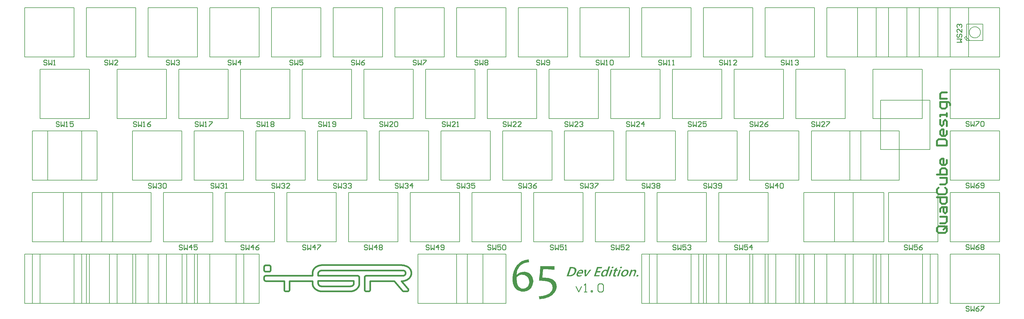
<source format=gbr>
%FSTAX23Y23*%
%MOIN*%
%SFA1B1*%

%IPPOS*%
%ADD18C,0.010000*%
%ADD132C,0.005000*%
%ADD133C,0.019685*%
%ADD134C,0.021811*%
%LNquadcube_65_pcb_legend_top-1*%
%LPD*%
G36*
X11219Y05729D02*
X1122D01*
X11222Y05729*
X11224Y05728*
X11226Y05728*
X1123Y05727*
X11235Y05726*
X1124Y05724*
X11245Y05722*
X1125Y05719*
X11252Y05717*
X11255Y05715*
X11257Y05713*
X11259Y05711*
X1126Y05708*
X11261Y05705*
X11263Y05702*
X11263Y05699*
X11264Y05696*
X11264Y05692*
X11264Y05688*
X11263Y05683*
X11262Y05678*
X1126Y05673*
Y05673*
X1126Y05672*
X11259Y05671*
X11259Y05669*
X11258Y05667*
X11256Y05664*
X11255Y05661*
X11253Y05658*
X11251Y05655*
X11249Y05651*
X11246Y05648*
X11243Y05644*
X1124Y0564*
X11236Y05637*
X11233Y05634*
X11228Y05631*
X11228Y0563*
X11227Y0563*
X11226Y05629*
X11224Y05628*
X11222Y05627*
X11219Y05626*
X11216Y05624*
X11213Y05623*
X11209Y05621*
X11205Y0562*
X11201Y05618*
X11197Y05617*
X11192Y05616*
X11186Y05615*
X11181Y05615*
X11176Y05615*
X11144*
X11183Y05729*
X11218*
X11219Y05729*
G37*
G36*
X1201Y05634D02*
X12011Y05634D01*
X12012Y05634*
X12014Y05633*
X12015Y05632*
X12016Y05631*
X12016Y05631*
X12016Y05631*
X12016Y0563*
X12017Y05629*
X12017Y05628*
X12017Y05627*
X12017Y05625*
X12016Y05624*
Y05623*
X12016Y05623*
X12016Y05622*
X12015Y05621*
X12014Y0562*
X12013Y05618*
X12012Y05617*
X12011Y05616*
X1201Y05616*
X1201Y05616*
X12009Y05615*
X12008Y05615*
X12006Y05614*
X12005Y05613*
X12003Y05613*
X12001Y05613*
X12*
X12Y05613*
X11999Y05613*
X11997Y05614*
X11996Y05614*
X11995Y05615*
X11994Y05616*
Y05616*
X11994Y05617*
X11993Y05617*
X11993Y05618*
X11993Y05619*
Y0562*
Y05622*
X11993Y05624*
Y05624*
X11994Y05624*
X11994Y05625*
X11995Y05626*
X11995Y05627*
X11996Y05629*
X11998Y0563*
X11999Y05631*
X12Y05631*
X12Y05632*
X12001Y05632*
X12002Y05633*
X12004Y05633*
X12005Y05634*
X12007Y05634*
X12009Y05634*
X12009*
X1201Y05634*
G37*
G36*
X11675Y05615D02*
X11657D01*
X11684Y05696*
X11703*
X11675Y05615*
G37*
G36*
X11571Y05713D02*
X11528D01*
X11517Y0568*
X11557*
X11551Y05664*
X11512*
X115Y05631*
X11546*
X1154Y05615*
X11476*
X11515Y05729*
X11576*
X11571Y05713*
G37*
G36*
X11871Y05698D02*
X11872Y05698D01*
X11874Y05698*
X11878Y05697*
X11883Y05695*
X11887Y05693*
X11889Y05692*
X11891Y05691*
X11892Y05689*
X11894Y05687*
Y05687*
X11894Y05686*
X11894Y05686*
X11895Y05685*
X11895Y05684*
X11896Y05682*
X11896Y05681*
X11896Y05679*
X11897Y05677*
X11897Y05674*
Y05672*
X11897Y05669*
X11896Y05666*
X11896Y05663*
X11895Y05659*
X11894Y05656*
Y05656*
X11893Y05655*
X11893Y05654*
X11893Y05653*
X11892Y05651*
X11891Y05649*
X1189Y05647*
X11889Y05644*
X11886Y0564*
X11882Y05634*
X11877Y05629*
X11875Y05627*
X11872Y05625*
X11871Y05624*
X11871Y05624*
X1187Y05624*
X11869Y05623*
X11867Y05622*
X11866Y05621*
X11864Y0562*
X11861Y05619*
X11859Y05618*
X11856Y05616*
X1185Y05615*
X11847Y05614*
X11844Y05613*
X1184Y05613*
X11837Y05613*
X11835*
X11834Y05613*
X11832Y05613*
X1183Y05613*
X11826Y05614*
X11822Y05616*
X11818Y05618*
X11816Y05619*
X11814Y0562*
X11812Y05622*
X1181Y05624*
Y05624*
X1181Y05625*
X1181Y05625*
X11809Y05626*
X11809Y05627*
X11808Y05629*
X11808Y0563*
X11807Y05632*
X11807Y05634*
X11807Y05637*
Y05639*
Y05642*
X11807Y05645*
X11808Y05648*
X11808Y05651*
X11809Y05655*
Y05655*
X1181Y05656*
X1181Y05657*
X11811Y05658*
X11811Y0566*
X11813Y05662*
X11814Y05664*
X11815Y05666*
X11818Y05671*
X11822Y05677*
X11824Y05679*
X11827Y05682*
X11829Y05684*
X11832Y05687*
X11832Y05687*
X11833Y05687*
X11834Y05688*
X11835Y05688*
X11836Y05689*
X11838Y0569*
X1184Y05691*
X11842Y05692*
X11845Y05693*
X11848Y05695*
X11854Y05696*
X11857Y05697*
X1186Y05698*
X11864Y05698*
X11868Y05698*
X11869*
X11871Y05698*
G37*
G36*
X10996Y05695D02*
X10995D01*
X10993Y05696*
X1099*
X10985Y05696*
X1098Y05697*
X10974Y05698*
X10966Y05698*
X10957Y05699*
X10947Y057*
X10937Y057*
X10926Y05701*
X10914Y05702*
X10901Y05702*
X10888Y05703*
X10859*
Y05702*
Y057*
X10859Y05698*
X10858Y05694*
X10857Y05689*
X10857Y05683*
X10856Y05677*
X10855Y0567*
X10854Y05655*
X10853Y05637*
X10852Y05619*
X10851Y05601*
X1086*
X10866Y05601*
X10873*
X10881Y056*
X1089Y05599*
X10901Y05598*
X10922Y05595*
X10943Y0559*
X10953Y05587*
X10963Y05584*
X10972Y05579*
X10981Y05574*
X10981*
X10983Y05573*
X10985Y05572*
X10987Y05569*
X10991Y05567*
X10995Y05563*
X10998Y05559*
X11002Y05554*
X11006Y05549*
X1101Y05542*
X11014Y05536*
X11017Y05528*
X11019Y0552*
X11021Y05511*
X11023Y05501*
X11023Y0549*
Y0549*
Y05488*
X11023Y05485*
Y05481*
X11021Y05476*
X1102Y0547*
X11019Y05463*
X11016Y05456*
X11014Y05448*
X1101Y0544*
X11005Y05431*
X10999Y05423*
X10993Y05414*
X10985Y05405*
X10976Y05396*
X10966Y05387*
X10966Y05387*
X10964Y05386*
X1096Y05384*
X10956Y0538*
X10951Y05377*
X10943Y05373*
X10935Y05368*
X10926Y05364*
X10916Y0536*
X10905Y05355*
X10892Y05351*
X10878Y05347*
X10864Y05344*
X10848Y05342*
X10832Y0534*
X10814Y05338*
X10806Y05372*
X1081*
X10814Y05372*
X10819Y05373*
X10826Y05374*
X10834Y05375*
X10842Y05376*
X10851Y05378*
X10871Y05382*
X10892Y05388*
X10911Y05395*
X1092Y054*
X10929Y05405*
X1093Y05406*
X10931Y05407*
X10933Y05408*
X10936Y0541*
X10943Y05416*
X10951Y05425*
X1096Y05435*
X10966Y05448*
X1097Y05454*
X10972Y05462*
X10973Y05469*
X10974Y05477*
Y05478*
Y05479*
Y05482*
X10973Y05485*
X10972Y05489*
X10972Y05494*
X10969Y05504*
X10965Y05515*
X10958Y05526*
X10955Y05531*
X10949Y05536*
X10944Y0554*
X10937Y05544*
X10937*
X10935Y05545*
X10934Y05546*
X1093Y05548*
X10926Y05549*
X10921Y0555*
X10915Y05552*
X10908Y05554*
X10899Y05555*
X1089Y05557*
X1088Y05559*
X10868Y05561*
X10855Y05561*
X1084Y05563*
X10825Y05563*
X10808*
Y05564*
Y05565*
X10809Y05567*
Y05569*
X1081Y05576*
X10811Y05584*
X10812Y05595*
X10813Y05607*
X10815Y0562*
X10817Y05634*
X10819Y05663*
X10821Y05678*
X10822Y05693*
X10823Y05706*
X10824Y05719*
X10825Y0573*
Y0574*
X10998*
X10996Y05695*
G37*
G36*
X10688Y05789D02*
X10687D01*
X10685Y05788*
X10681*
X10676Y05787*
X1067Y05786*
X10663Y05784*
X10655Y05782*
X10646Y0578*
X10628Y05775*
X1061Y05767*
X10593Y05757*
X10585Y05751*
X10578Y05744*
X10577Y05744*
X10577Y05742*
X10575Y0574*
X10572Y05738*
X10569Y05734*
X10566Y05729*
X10563Y05723*
X1056Y05717*
X10556Y0571*
X10552Y05702*
X10548Y05693*
X10545Y05683*
X10542Y05672*
X1054Y0566*
X10537Y05648*
X10536Y05634*
X10539*
X1054Y05635*
X10541Y05635*
X10542Y05637*
X10544Y0564*
X10548Y05643*
X10551Y05646*
X10556Y05649*
X10561Y05653*
X10567Y05656*
X10573Y0566*
X10581Y05663*
X10589Y05666*
X10598Y05668*
X10608Y0567*
X10619Y05671*
X1063Y05672*
X10635*
X10639Y05671*
X10643Y0567*
X10648Y0567*
X10659Y05667*
X10672Y05663*
X10686Y05657*
X10692Y05653*
X10698Y05649*
X10704Y05643*
X1071Y05637*
X1071Y05636*
X10711Y05635*
X10712Y05634*
X10714Y05631*
X10716Y05628*
X10719Y05624*
X10724Y05614*
X10729Y05602*
X10734Y05588*
X10737Y05572*
X10739Y05564*
Y05555*
Y05555*
Y05553*
Y0555*
X10738Y05547*
X10737Y05542*
X10737Y05537*
X10735Y05525*
X10731Y05511*
X10725Y05496*
X10721Y05489*
X10716Y05481*
X10711Y05474*
X10705Y05467*
X10705Y05466*
X10704Y05466*
X10702Y05464*
X10699Y05461*
X10695Y05458*
X10691Y05455*
X10687Y05452*
X10681Y05448*
X10674Y05445*
X10668Y05441*
X1066Y05438*
X10651Y05435*
X10642Y05433*
X10633Y05431*
X10623Y0543*
X10611Y05429*
X10606*
X10603Y0543*
X10598Y05431*
X10593Y05431*
X10581Y05435*
X10567Y05439*
X1056Y05443*
X10552Y05446*
X10544Y0545*
X10537Y05456*
X1053Y05462*
X10523Y05469*
X10522Y05469*
X10521Y05471*
X1052Y05473*
X10517Y05476*
X10514Y05481*
X10511Y05485*
X10508Y05491*
X10504Y05498*
X10501Y05506*
X10498Y05515*
X10495Y05524*
X10492Y05534*
X10489Y05546*
X10487Y05558*
X10487Y05571*
X10486Y05585*
Y05586*
Y05588*
Y05591*
X10487Y05595*
Y056*
X10487Y05606*
X10488Y05613*
X10489Y0562*
X10491Y05628*
X10492Y05637*
X10497Y05656*
X10502Y05677*
X10511Y05698*
X10521Y0572*
X10527Y05731*
X10535Y05741*
X10542Y05752*
X1055Y05761*
X1056Y05771*
X1057Y0578*
X10581Y05788*
X10593Y05796*
X10605Y05802*
X10619Y05808*
X10634Y05813*
X1065Y05817*
X10667Y0582*
X10685Y05822*
X10688Y05789*
G37*
G36*
X11751Y05696D02*
X1177D01*
X11765Y05682*
X11746*
X11732Y05641*
Y0564*
X11732Y0564*
X11731Y05638*
X11731Y05637*
X11731Y05635*
X11731Y05633*
Y05632*
X11731Y0563*
Y0563*
X11731Y0563*
X11732Y05629*
X11733Y05629*
X11734Y05628*
X11735Y05628*
X11737Y05628*
X11739Y05627*
X1174*
X1174Y05628*
X11742Y05628*
X11743Y05628*
X11745Y05629*
X11746Y05629*
X11748Y0563*
X11743Y05615*
X11743Y05615*
X11742Y05615*
X1174Y05615*
X11739Y05614*
X11736Y05614*
X11734Y05613*
X11731Y05613*
X11728Y05613*
X11727*
X11725Y05613*
X11724Y05613*
X11722Y05613*
X11721Y05614*
X11718Y05615*
X11717Y05616*
X11715Y05617*
X11713Y05618*
X11712Y0562*
X11711Y05623*
X1171Y05625*
X1171Y05628*
X1171Y05632*
X11712Y05636*
X11727Y05682*
X11714*
X11719Y05696*
X11732*
X11739Y05715*
X11759Y05721*
X11751Y05696*
G37*
G36*
X11324Y05698D02*
X11326Y05698D01*
X11327Y05698*
X11331Y05697*
X11334Y05696*
X11338Y05694*
X1134Y05692*
X11341Y05691*
X11343Y05689*
X11344Y05687*
Y05687*
X11344Y05687*
X11344Y05686*
X11345Y05685*
X11345Y05684*
X11345Y05683*
X11346Y05681*
X11346Y0568*
X11346Y05678*
Y05675*
Y05673*
X11346Y0567*
X11345Y05667*
X11345Y05664*
X11344Y05661*
X11343Y05658*
X11341Y0565*
X11285*
Y0565*
X11285Y0565*
Y05649*
X11284Y05649*
X11284Y05646*
X11284Y05644*
X11283Y05641*
X11284Y05638*
X11284Y05635*
X11286Y05633*
X11286Y05633*
X11287Y05632*
X11288Y05631*
X1129Y0563*
X11292Y05629*
X11295Y05628*
X11298Y05627*
X11302Y05627*
X11303*
X11304Y05627*
X11306*
X11307Y05627*
X1131Y05628*
X11314Y05629*
X11319Y0563*
X11324Y05632*
X11329Y05635*
X11324Y0562*
X11324*
X11323Y05619*
X11322Y05619*
X11321Y05619*
X1132Y05618*
X11319Y05617*
X11317Y05617*
X11315Y05616*
X11312Y05616*
X1131Y05615*
X11305Y05614*
X11298Y05613*
X11292Y05613*
X1129*
X11289Y05613*
X11287Y05613*
X11286Y05613*
X11282Y05614*
X11278Y05615*
X11274Y05617*
X11272Y05619*
X1127Y0562*
X11269Y05622*
X11267Y05624*
Y05624*
X11267Y05625*
X11267Y05625*
X11267Y05626*
X11266Y05627*
X11266Y05629*
X11265Y0563*
X11265Y05632*
X11265Y05634*
X11265Y05636*
X11265Y05639*
Y05642*
X11265Y05645*
X11266Y05648*
X11267Y05651*
X11268Y05655*
Y05655*
X11268Y05656*
X11268Y05657*
X11269Y05658*
X1127Y0566*
X11271Y05662*
X11272Y05664*
X11273Y05666*
X11276Y05671*
X1128Y05676*
X11284Y05681*
X11287Y05684*
X1129Y05686*
X1129Y05686*
X1129Y05687*
X11291Y05687*
X11292Y05688*
X11294Y05689*
X11295Y0569*
X11297Y05691*
X11299Y05692*
X11304Y05694*
X1131Y05696*
X11312Y05697*
X11315Y05698*
X11319Y05698*
X11322Y05698*
X11323*
X11324Y05698*
G37*
G36*
X11777Y05615D02*
X11758D01*
X11786Y05696*
X11805*
X11777Y05615*
G37*
G36*
X11708Y05734D02*
X11709Y05734D01*
X11711Y05734*
X11712Y05733*
X11713Y05732*
X11714Y05731*
Y05731*
X11714Y05731*
X11714Y0573*
X11715Y05729*
X11715Y05728*
Y05727*
X11715Y05726*
X11714Y05724*
Y05724*
X11714Y05723*
X11714Y05722*
X11713Y05721*
X11712Y0572*
X11711Y05719*
X1171Y05718*
X11709Y05717*
X11708Y05716*
X11708Y05716*
X11707Y05716*
X11706Y05715*
X11705Y05715*
X11703Y05714*
X11702Y05714*
X117Y05713*
X11699*
X11698Y05714*
X11697Y05714*
X11695Y05715*
X11694Y05715*
X11693Y05716*
Y05717*
X11693Y05717*
X11692Y05718*
X11692Y05718*
X11692Y0572*
Y05721*
X11692Y05722*
X11692Y05724*
Y05724*
X11693Y05725*
X11693Y05726*
X11694Y05727*
X11694Y05728*
X11695Y05729*
X11697Y0573*
X11698Y05731*
X11698Y05732*
X11699Y05732*
X117Y05732*
X11701Y05733*
X11702Y05733*
X11704Y05734*
X11705Y05734*
X11707Y05734*
X11708*
X11708Y05734*
G37*
G36*
X11633Y05615D02*
X11614D01*
X11619Y05628*
X11618*
X11618Y05628*
X11618Y05628*
X11617Y05627*
X11616Y05626*
X11615Y05625*
X11613Y05624*
X11611Y05622*
X11609Y05621*
X11607Y05619*
X11604Y05618*
X11599Y05615*
X11596Y05614*
X11592Y05613*
X11589Y05613*
X11586Y05613*
X11584*
X11583Y05613*
X11582Y05613*
X11581Y05613*
X11577Y05614*
X11574Y05615*
X11571Y05617*
X11569Y05619*
X11568Y0562*
X11566Y05622*
X11565Y05624*
Y05624*
X11565Y05624*
X11565Y05625*
X11564Y05626*
X11564Y05627*
X11564Y05628*
X11563Y0563*
X11563Y05632*
X11563Y05634*
Y05636*
Y05638*
X11563Y05641*
X11564Y05644*
X11565Y05647*
X11565Y0565*
X11566Y05654*
Y05654*
X11567Y05654*
X11567Y05656*
X11568Y05657*
X11568Y05659*
X11569Y05661*
X1157Y05663*
X11572Y05665*
X11574Y0567*
X11578Y05676*
X11582Y05681*
X11587Y05686*
X11587Y05686*
X11588Y05687*
X11589Y05687*
X1159Y05688*
X11591Y05689*
X11593Y0569*
X11594Y05691*
X11597Y05692*
X11601Y05694*
X11606Y05696*
X11609Y05697*
X11612Y05698*
X11615Y05698*
X11618Y05698*
X1162*
X11621Y05698*
X11622Y05698*
X11624Y05698*
X11627Y05697*
X1163Y05695*
X11632Y05694*
X11634Y05693*
X11635Y05691*
X11636Y05689*
X11637Y05687*
X11638Y05685*
X11638*
X11655Y05736*
X11674*
X11633Y05615*
G37*
G36*
X11975Y05698D02*
X11977Y05698D01*
X1198Y05697*
X11983Y05696*
X11985Y05695*
X11988Y05692*
X11989Y05691*
X1199Y0569*
X1199Y05689*
X1199Y05688*
X11991Y05686*
X11991Y05683*
X11991Y0568*
X11991Y05675*
X1199Y0567*
X11989Y05668*
X11988Y05665*
X11972Y05615*
X11953*
X11969Y05661*
Y05661*
X11969Y05662*
X11969Y05663*
X1197Y05664*
X1197Y05666*
X1197Y05668*
X11971Y05672*
X1197Y05674*
X1197Y05676*
X11969Y05678*
X11968Y0568*
X11967Y05681*
X11965Y05682*
X11963Y05683*
X1196Y05684*
X11959*
X11957Y05683*
X11955Y05683*
X11953Y05682*
X1195Y05681*
X11947Y05679*
X11944Y05677*
X11944Y05677*
X11943Y05676*
X11942Y05675*
X1194Y05673*
X11938Y0567*
X11936Y05668*
X11934Y05665*
X11933Y05661*
X11917Y05615*
X11899*
X11926Y05696*
X11945*
X11941Y05683*
X11941*
X11941Y05683*
X11941Y05683*
X11942Y05684*
X11943Y05685*
X11945Y05686*
X11946Y05688*
X11948Y05689*
X1195Y05691*
X11952Y05692*
X11955Y05693*
X1196Y05696*
X11963Y05697*
X11966Y05698*
X11969Y05698*
X11973Y05698*
X11974*
X11975Y05698*
G37*
G36*
X1181Y05734D02*
X11811Y05734D01*
X11812Y05734*
X11814Y05733*
X11815Y05732*
X11816Y05731*
Y05731*
X11816Y05731*
X11816Y0573*
X11817Y05729*
X11817Y05728*
Y05727*
X11817Y05726*
X11816Y05724*
Y05724*
X11816Y05723*
X11816Y05722*
X11815Y05721*
X11814Y0572*
X11813Y05719*
X11812Y05718*
X1181Y05717*
X1181Y05716*
X11809Y05716*
X11809Y05716*
X11808Y05715*
X11806Y05715*
X11805Y05714*
X11803Y05714*
X11801Y05713*
X11801*
X118Y05714*
X11799Y05714*
X11797Y05715*
X11796Y05715*
X11795Y05716*
Y05717*
X11794Y05717*
X11794Y05718*
X11794Y05718*
X11793Y0572*
Y05721*
X11794Y05722*
X11794Y05724*
Y05724*
X11794Y05725*
X11795Y05726*
X11795Y05727*
X11796Y05728*
X11797Y05729*
X11798Y0573*
X118Y05731*
X118Y05732*
X118Y05732*
X11801Y05732*
X11802Y05733*
X11804Y05733*
X11805Y05734*
X11807Y05734*
X11808Y05734*
X11809*
X1181Y05734*
G37*
G36*
X11385Y05615D02*
X11365D01*
X11362Y05696*
X11383*
X11381Y05639*
Y05639*
Y05638*
Y05637*
X11381Y05635*
Y05634*
X11381Y05632*
X1138Y05628*
X1138*
X11381Y05628*
X11381Y05629*
X11381Y0563*
X11382Y05632*
X11383Y05633*
X11384Y05635*
X11386Y05639*
X11425Y05696*
X11444*
X11385Y05615*
G37*
%LNquadcube_65_pcb_legend_top-2*%
%LPC*%
G36*
X11212Y05713D02*
X11197D01*
X11169Y05631*
X11186*
X11187Y05631*
X11189Y05631*
X11191Y05631*
X11193Y05632*
X11196Y05632*
X11201Y05633*
X11207Y05635*
X1121Y05637*
X11213Y05638*
X11216Y0564*
X11218Y05642*
X11219Y05642*
X11219Y05642*
X1122Y05643*
X11221Y05644*
X11222Y05645*
X11223Y05646*
X11225Y05648*
X11227Y0565*
X11229Y05652*
X1123Y05654*
X11232Y05657*
X11234Y0566*
X11236Y05663*
X11237Y05666*
X11239Y05669*
X1124Y05673*
Y05673*
X1124Y05673*
X11241Y05674*
X11241Y05675*
X11241Y05676*
X11242Y05679*
X11242Y05682*
X11242Y05686*
X11242Y05689*
X11242Y05693*
X11241Y05697*
X11239Y057*
X11237Y05704*
X11236Y05705*
X11234Y05707*
X11232Y05708*
X1123Y05709*
X11228Y0571*
X11226Y05711*
X11223Y05712*
X1122Y05712*
X11216Y05713*
X11212Y05713*
G37*
G36*
X11862Y05684D02*
X11861D01*
X1186Y05683*
X11858Y05683*
X11855Y05682*
X11852Y05682*
X11849Y0568*
X11845Y05678*
X11842Y05676*
X11841Y05675*
X1184Y05674*
X11839Y05673*
X11837Y0567*
X11835Y05667*
X11832Y05664*
X1183Y0566*
X11828Y05655*
Y05655*
X11828Y05654*
X11828Y05654*
X11828Y05653*
X11827Y0565*
X11827Y05647*
X11826Y05644*
Y05641*
X11827Y05638*
X11828Y05635*
X11828Y05634*
X11829Y05633*
X1183Y05632*
X11831Y05631*
X11833Y0563*
X11836Y05629*
X11839Y05628*
X11842Y05627*
X11844*
X11844Y05628*
X11847Y05628*
X11849Y05628*
X11852Y05629*
X11855Y0563*
X11859Y05632*
X11862Y05635*
X11862Y05635*
X11863Y05636*
X11865Y05638*
X11866Y0564*
X11869Y05643*
X11871Y05646*
X11873Y0565*
X11875Y05655*
Y05656*
X11875Y05656*
X11875Y05657*
X11875Y05658*
X11876Y0566*
X11877Y05663*
X11877Y05666*
Y0567*
X11877Y05673*
X11876Y05676*
X11876Y05676*
X11875Y05677*
X11874Y05678*
X11873Y0568*
X11871Y05681*
X11868Y05682*
X11865Y05683*
X11862Y05684*
G37*
G36*
X10602Y05635D02*
X10598D01*
X10595Y05635*
X10587Y05634*
X10578Y05632*
X10567Y05628*
X10557Y05622*
X10551Y05618*
X10546Y05614*
X10541Y05609*
X10536Y05603*
Y05602*
Y05599*
Y05595*
X10537Y05591*
Y05585*
X10537Y05578*
X10538Y05571*
X10539Y05562*
X10541Y05545*
X10545Y05528*
X1055Y05511*
X10554Y05504*
X10558Y05498*
Y05497*
X10559Y05496*
X10562Y05492*
X10566Y05488*
X10573Y05482*
X10581Y05476*
X1059Y05471*
X10601Y05467*
X10607Y05466*
X10613Y05466*
X10616*
X10619Y05466*
X10625Y05467*
X10633Y05469*
X10642Y05471*
X10652Y05476*
X10661Y05482*
X10669Y0549*
X1067Y05491*
X10672Y05494*
X10676Y05499*
X1068Y05506*
X10683Y05515*
X10686Y05525*
X10689Y05536*
X10689Y05548*
Y05548*
Y05549*
Y05551*
Y05553*
X10688Y0556*
X10687Y05569*
X10684Y05578*
X1068Y05589*
X10674Y05599*
X10667Y05609*
X10666Y05611*
X10663Y05613*
X10658Y05618*
X10651Y05622*
X10642Y05627*
X1063Y05632*
X10617Y05634*
X10602Y05635*
G37*
G36*
X11317Y05685D02*
X11315D01*
X11314Y05684*
X11312Y05684*
X11309Y05683*
X11307Y05682*
X11304Y05681*
X11301Y05679*
X11301Y05678*
X113Y05678*
X11299Y05676*
X11297Y05675*
X11295Y05672*
X11293Y0567*
X11291Y05667*
X11289Y05664*
X11327*
Y05664*
X11327Y05664*
X11328Y05665*
X11328Y05667*
X11328Y05669*
X11329Y05672*
Y05674*
X11328Y05677*
X11328Y05679*
X11327Y05679*
X11327Y0568*
X11326Y05681*
X11325Y05682*
X11324Y05683*
X11322Y05684*
X1132Y05684*
X11317Y05685*
G37*
G36*
X11618Y05684D02*
X11617D01*
X11616Y05683*
X11614Y05683*
X11611Y05682*
X11609Y05682*
X11605Y0568*
X11602Y05678*
X11599Y05676*
X11598Y05675*
X11597Y05674*
X11596Y05672*
X11594Y0567*
X11592Y05667*
X11589Y05663*
X11587Y05659*
X11585Y05654*
Y05654*
X11585Y05654*
X11585Y05653*
X11585Y05652*
X11584Y0565*
X11584Y05647*
X11583Y05644*
X11583Y05641*
X11584Y05638*
X11584Y05635*
X11585Y05634*
X11585Y05633*
X11586Y05632*
X11587Y05631*
X11589Y0563*
X11591Y05629*
X11594Y05628*
X11597Y05627*
X11598*
X11599Y05628*
X11601Y05628*
X11603Y05628*
X11606Y05629*
X11609Y0563*
X11612Y05632*
X11615Y05634*
X11616Y05635*
X11617Y05635*
X11618Y05637*
X1162Y05639*
X11622Y05642*
X11624Y05645*
X11625Y05648*
X11627Y05652*
X11631Y05663*
Y05663*
X11631Y05663*
X11631Y05664*
X11632Y05666*
X11632Y05668*
X11632Y0567*
X11632Y05672*
X11631Y05675*
X1163Y05677*
X1163Y05677*
X1163Y05678*
X11629Y05679*
X11627Y0568*
X11625Y05681*
X11623Y05682*
X11621Y05683*
X11618Y05684*
G37*
%LNquadcube_65_pcb_legend_top-3*%
%LPD*%
G54D18*
X11258Y05494D02*
X11291Y05428D01*
X11325Y05494*
X11358Y05428D02*
X11391D01*
X11374*
Y05527*
X11358Y0551*
X1144Y05428D02*
Y05444D01*
X11457*
Y05428*
X1144*
X11523Y0551D02*
X1154Y05527D01*
X11573*
X11589Y0551*
Y05444*
X11573Y05428*
X1154*
X11523Y05444*
Y0551*
X16036Y05993D02*
X16026Y06003D01*
X16006*
X15997Y05993*
Y05983*
X16006Y05973*
X16026*
X16036Y05963*
Y05953*
X16026Y05944*
X16006*
X15997Y05953*
X16056Y06003D02*
Y05944D01*
X16076Y05963*
X16096Y05944*
Y06003*
X16156D02*
X16136Y05993D01*
X16116Y05973*
Y05953*
X16126Y05944*
X16146*
X16156Y05953*
Y05963*
X16146Y05973*
X16116*
X16176Y05993D02*
X16186Y06003D01*
X16206*
X16216Y05993*
Y05983*
X16206Y05973*
X16216Y05963*
Y05953*
X16206Y05944*
X16186*
X16176Y05953*
Y05963*
X16186Y05973*
X16176Y05983*
Y05993*
X16186Y05973D02*
X16206D01*
X16036Y05243D02*
X16026Y05253D01*
X16006*
X15997Y05243*
Y05233*
X16006Y05223*
X16026*
X16036Y05213*
Y05203*
X16026Y05194*
X16006*
X15997Y05203*
X16056Y05253D02*
Y05194D01*
X16076Y05213*
X16096Y05194*
Y05253*
X16156D02*
X16136Y05243D01*
X16116Y05223*
Y05203*
X16126Y05194*
X16146*
X16156Y05203*
Y05213*
X16146Y05223*
X16116*
X16176Y05253D02*
X16216D01*
Y05243*
X16176Y05203*
Y05194*
X05916Y0749D02*
X05906Y075D01*
X05886*
X05877Y0749*
Y0748*
X05886Y0747*
X05906*
X05916Y0746*
Y0745*
X05906Y07441*
X05886*
X05877Y0745*
X05936Y075D02*
Y07441D01*
X05956Y0746*
X05976Y07441*
Y075*
X05996Y07441D02*
X06016D01*
X06006*
Y075*
X05996Y0749*
X06086Y075D02*
X06066Y0749D01*
X06046Y0747*
Y0745*
X06056Y07441*
X06076*
X06086Y0745*
Y0746*
X06076Y0747*
X06046*
X04978Y0749D02*
X04968Y075D01*
X04948*
X04939Y0749*
Y0748*
X04948Y0747*
X04968*
X04978Y0746*
Y0745*
X04968Y07441*
X04948*
X04939Y0745*
X04998Y075D02*
Y07441D01*
X05018Y0746*
X05038Y07441*
Y075*
X05058Y07441D02*
X05078D01*
X05068*
Y075*
X05058Y0749*
X05148Y075D02*
X05108D01*
Y0747*
X05128Y0748*
X05138*
X05148Y0747*
Y0745*
X05138Y07441*
X05118*
X05108Y0745*
X09848Y0674D02*
X09838Y0675D01*
X09818*
X09809Y0674*
Y0673*
X09818Y0672*
X09838*
X09848Y0671*
Y067*
X09838Y06691*
X09818*
X09809Y067*
X09868Y0675D02*
Y06691D01*
X09888Y0671*
X09908Y06691*
Y0675*
X09928Y0674D02*
X09938Y0675D01*
X09958*
X09968Y0674*
Y0673*
X09958Y0672*
X09948*
X09958*
X09968Y0671*
Y067*
X09958Y06691*
X09938*
X09928Y067*
X10028Y0675D02*
X09988D01*
Y0672*
X10008Y0673*
X10018*
X10028Y0672*
Y067*
X10018Y06691*
X09998*
X09988Y067*
X10598Y0674D02*
X10588Y0675D01*
X10568*
X10559Y0674*
Y0673*
X10568Y0672*
X10588*
X10598Y0671*
Y067*
X10588Y06691*
X10568*
X10559Y067*
X10618Y0675D02*
Y06691D01*
X10638Y0671*
X10658Y06691*
Y0675*
X10678Y0674D02*
X10688Y0675D01*
X10708*
X10718Y0674*
Y0673*
X10708Y0672*
X10698*
X10708*
X10718Y0671*
Y067*
X10708Y06691*
X10688*
X10678Y067*
X10778Y0675D02*
X10758Y0674D01*
X10738Y0672*
Y067*
X10748Y06691*
X10768*
X10778Y067*
Y0671*
X10768Y0672*
X10738*
X09098Y0674D02*
X09088Y0675D01*
X09068*
X09059Y0674*
Y0673*
X09068Y0672*
X09088*
X09098Y0671*
Y067*
X09088Y06691*
X09068*
X09059Y067*
X09118Y0675D02*
Y06691D01*
X09138Y0671*
X09158Y06691*
Y0675*
X09178Y0674D02*
X09188Y0675D01*
X09208*
X09218Y0674*
Y0673*
X09208Y0672*
X09198*
X09208*
X09218Y0671*
Y067*
X09208Y06691*
X09188*
X09178Y067*
X09268Y06691D02*
Y0675D01*
X09238Y0672*
X09278*
X08348Y0674D02*
X08338Y0675D01*
X08318*
X08309Y0674*
Y0673*
X08318Y0672*
X08338*
X08348Y0671*
Y067*
X08338Y06691*
X08318*
X08309Y067*
X08368Y0675D02*
Y06691D01*
X08388Y0671*
X08408Y06691*
Y0675*
X08428Y0674D02*
X08438Y0675D01*
X08458*
X08468Y0674*
Y0673*
X08458Y0672*
X08448*
X08458*
X08468Y0671*
Y067*
X08458Y06691*
X08438*
X08428Y067*
X08488Y0674D02*
X08498Y0675D01*
X08518*
X08528Y0674*
Y0673*
X08518Y0672*
X08508*
X08518*
X08528Y0671*
Y067*
X08518Y06691*
X08498*
X08488Y067*
X11348Y0674D02*
X11338Y0675D01*
X11318*
X11309Y0674*
Y0673*
X11318Y0672*
X11338*
X11348Y0671*
Y067*
X11338Y06691*
X11318*
X11309Y067*
X11368Y0675D02*
Y06691D01*
X11388Y0671*
X11408Y06691*
Y0675*
X11428Y0674D02*
X11438Y0675D01*
X11458*
X11468Y0674*
Y0673*
X11458Y0672*
X11448*
X11458*
X11468Y0671*
Y067*
X11458Y06691*
X11438*
X11428Y067*
X11488Y0675D02*
X11528D01*
Y0674*
X11488Y067*
Y06691*
X12098Y0674D02*
X12088Y0675D01*
X12068*
X12059Y0674*
Y0673*
X12068Y0672*
X12088*
X12098Y0671*
Y067*
X12088Y06691*
X12068*
X12059Y067*
X12118Y0675D02*
Y06691D01*
X12138Y0671*
X12158Y06691*
Y0675*
X12178Y0674D02*
X12188Y0675D01*
X12208*
X12218Y0674*
Y0673*
X12208Y0672*
X12198*
X12208*
X12218Y0671*
Y067*
X12208Y06691*
X12188*
X12178Y067*
X12238Y0674D02*
X12248Y0675D01*
X12268*
X12278Y0674*
Y0673*
X12268Y0672*
X12278Y0671*
Y067*
X12268Y06691*
X12248*
X12238Y067*
Y0671*
X12248Y0672*
X12238Y0673*
Y0674*
X12248Y0672D02*
X12268D01*
X13598Y0674D02*
X13588Y0675D01*
X13568*
X13559Y0674*
Y0673*
X13568Y0672*
X13588*
X13598Y0671*
Y067*
X13588Y06691*
X13568*
X13559Y067*
X13618Y0675D02*
Y06691D01*
X13638Y0671*
X13658Y06691*
Y0675*
X13708Y06691D02*
Y0675D01*
X13678Y0672*
X13718*
X13738Y0674D02*
X13748Y0675D01*
X13768*
X13778Y0674*
Y067*
X13768Y06691*
X13748*
X13738Y067*
Y0674*
X12848D02*
X12838Y0675D01*
X12818*
X12809Y0674*
Y0673*
X12818Y0672*
X12838*
X12848Y0671*
Y067*
X12838Y06691*
X12818*
X12809Y067*
X12868Y0675D02*
Y06691D01*
X12888Y0671*
X12908Y06691*
Y0675*
X12928Y0674D02*
X12938Y0675D01*
X12958*
X12968Y0674*
Y0673*
X12958Y0672*
X12948*
X12958*
X12968Y0671*
Y067*
X12958Y06691*
X12938*
X12928Y067*
X12988D02*
X12998Y06691D01*
X13018*
X13028Y067*
Y0674*
X13018Y0675*
X12998*
X12988Y0674*
Y0673*
X12998Y0672*
X13028*
X07973Y0599D02*
X07963Y06D01*
X07943*
X07934Y0599*
Y0598*
X07943Y0597*
X07963*
X07973Y0596*
Y0595*
X07963Y05941*
X07943*
X07934Y0595*
X07993Y06D02*
Y05941D01*
X08013Y0596*
X08033Y05941*
Y06*
X08083Y05941D02*
Y06D01*
X08053Y0597*
X08093*
X08113Y06D02*
X08153D01*
Y0599*
X08113Y0595*
Y05941*
X08723Y0599D02*
X08713Y06D01*
X08693*
X08684Y0599*
Y0598*
X08693Y0597*
X08713*
X08723Y0596*
Y0595*
X08713Y05941*
X08693*
X08684Y0595*
X08743Y06D02*
Y05941D01*
X08763Y0596*
X08783Y05941*
Y06*
X08833Y05941D02*
Y06D01*
X08803Y0597*
X08843*
X08863Y0599D02*
X08873Y06D01*
X08893*
X08903Y0599*
Y0598*
X08893Y0597*
X08903Y0596*
Y0595*
X08893Y05941*
X08873*
X08863Y0595*
Y0596*
X08873Y0597*
X08863Y0598*
Y0599*
X08873Y0597D02*
X08893D01*
X07223Y0599D02*
X07213Y06D01*
X07193*
X07184Y0599*
Y0598*
X07193Y0597*
X07213*
X07223Y0596*
Y0595*
X07213Y05941*
X07193*
X07184Y0595*
X07243Y06D02*
Y05941D01*
X07263Y0596*
X07283Y05941*
Y06*
X07333Y05941D02*
Y06D01*
X07303Y0597*
X07343*
X07403Y06D02*
X07383Y0599D01*
X07363Y0597*
Y0595*
X07373Y05941*
X07393*
X07403Y0595*
Y0596*
X07393Y0597*
X07363*
X06473Y0599D02*
X06463Y06D01*
X06443*
X06434Y0599*
Y0598*
X06443Y0597*
X06463*
X06473Y0596*
Y0595*
X06463Y05941*
X06443*
X06434Y0595*
X06493Y06D02*
Y05941D01*
X06513Y0596*
X06533Y05941*
Y06*
X06583Y05941D02*
Y06D01*
X06553Y0597*
X06593*
X06653Y06D02*
X06613D01*
Y0597*
X06633Y0598*
X06643*
X06653Y0597*
Y0595*
X06643Y05941*
X06623*
X06613Y0595*
X06316Y0824D02*
X06306Y0825D01*
X06286*
X06277Y0824*
Y0823*
X06286Y0822*
X06306*
X06316Y0821*
Y082*
X06306Y08191*
X06286*
X06277Y082*
X06336Y0825D02*
Y08191D01*
X06356Y0821*
X06376Y08191*
Y0825*
X06396Y0824D02*
X06406Y0825D01*
X06426*
X06436Y0824*
Y0823*
X06426Y0822*
X06416*
X06426*
X06436Y0821*
Y082*
X06426Y08191*
X06406*
X06396Y082*
X07066Y0824D02*
X07056Y0825D01*
X07036*
X07027Y0824*
Y0823*
X07036Y0822*
X07056*
X07066Y0821*
Y082*
X07056Y08191*
X07036*
X07027Y082*
X07086Y0825D02*
Y08191D01*
X07106Y0821*
X07126Y08191*
Y0825*
X07176Y08191D02*
Y0825D01*
X07146Y0822*
X07186*
X05566Y0824D02*
X05556Y0825D01*
X05536*
X05527Y0824*
Y0823*
X05536Y0822*
X05556*
X05566Y0821*
Y082*
X05556Y08191*
X05536*
X05527Y082*
X05586Y0825D02*
Y08191D01*
X05606Y0821*
X05626Y08191*
Y0825*
X05686Y08191D02*
X05646D01*
X05686Y0823*
Y0824*
X05676Y0825*
X05656*
X05646Y0824*
X04826D02*
X04816Y0825D01*
X04796*
X04787Y0824*
Y0823*
X04796Y0822*
X04816*
X04826Y0821*
Y082*
X04816Y08191*
X04796*
X04787Y082*
X04846Y0825D02*
Y08191D01*
X04866Y0821*
X04886Y08191*
Y0825*
X04906Y08191D02*
X04926D01*
X04916*
Y0825*
X04906Y0824*
X07816D02*
X07806Y0825D01*
X07786*
X07777Y0824*
Y0823*
X07786Y0822*
X07806*
X07816Y0821*
Y082*
X07806Y08191*
X07786*
X07777Y082*
X07836Y0825D02*
Y08191D01*
X07856Y0821*
X07876Y08191*
Y0825*
X07936D02*
X07896D01*
Y0822*
X07916Y0823*
X07926*
X07936Y0822*
Y082*
X07926Y08191*
X07906*
X07896Y082*
X08566Y0824D02*
X08556Y0825D01*
X08536*
X08527Y0824*
Y0823*
X08536Y0822*
X08556*
X08566Y0821*
Y082*
X08556Y08191*
X08536*
X08527Y082*
X08586Y0825D02*
Y08191D01*
X08606Y0821*
X08626Y08191*
Y0825*
X08686D02*
X08666Y0824D01*
X08646Y0822*
Y082*
X08656Y08191*
X08676*
X08686Y082*
Y0821*
X08676Y0822*
X08646*
X10066Y0824D02*
X10056Y0825D01*
X10036*
X10027Y0824*
Y0823*
X10036Y0822*
X10056*
X10066Y0821*
Y082*
X10056Y08191*
X10036*
X10027Y082*
X10086Y0825D02*
Y08191D01*
X10106Y0821*
X10126Y08191*
Y0825*
X10146Y0824D02*
X10156Y0825D01*
X10176*
X10186Y0824*
Y0823*
X10176Y0822*
X10186Y0821*
Y082*
X10176Y08191*
X10156*
X10146Y082*
Y0821*
X10156Y0822*
X10146Y0823*
Y0824*
X10156Y0822D02*
X10176D01*
X09316Y0824D02*
X09306Y0825D01*
X09286*
X09277Y0824*
Y0823*
X09286Y0822*
X09306*
X09316Y0821*
Y082*
X09306Y08191*
X09286*
X09277Y082*
X09336Y0825D02*
Y08191D01*
X09356Y0821*
X09376Y08191*
Y0825*
X09396D02*
X09436D01*
Y0824*
X09396Y082*
Y08191*
X13791Y0824D02*
X13781Y0825D01*
X13761*
X13752Y0824*
Y0823*
X13761Y0822*
X13781*
X13791Y0821*
Y082*
X13781Y08191*
X13761*
X13752Y082*
X13811Y0825D02*
Y08191D01*
X13831Y0821*
X13851Y08191*
Y0825*
X13871Y08191D02*
X13891D01*
X13881*
Y0825*
X13871Y0824*
X13921D02*
X13931Y0825D01*
X13951*
X13961Y0824*
Y0823*
X13951Y0822*
X13941*
X13951*
X13961Y0821*
Y082*
X13951Y08191*
X13931*
X13921Y082*
X10816Y0824D02*
X10806Y0825D01*
X10786*
X10777Y0824*
Y0823*
X10786Y0822*
X10806*
X10816Y0821*
Y082*
X10806Y08191*
X10786*
X10777Y082*
X10836Y0825D02*
Y08191D01*
X10856Y0821*
X10876Y08191*
Y0825*
X10896Y082D02*
X10906Y08191D01*
X10926*
X10936Y082*
Y0824*
X10926Y0825*
X10906*
X10896Y0824*
Y0823*
X10906Y0822*
X10936*
X11541Y0824D02*
X11531Y0825D01*
X11511*
X11502Y0824*
Y0823*
X11511Y0822*
X11531*
X11541Y0821*
Y082*
X11531Y08191*
X11511*
X11502Y082*
X11561Y0825D02*
Y08191D01*
X11581Y0821*
X11601Y08191*
Y0825*
X11621Y08191D02*
X11641D01*
X11631*
Y0825*
X11621Y0824*
X11671D02*
X11681Y0825D01*
X11701*
X11711Y0824*
Y082*
X11701Y08191*
X11681*
X11671Y082*
Y0824*
X13041D02*
X13031Y0825D01*
X13011*
X13002Y0824*
Y0823*
X13011Y0822*
X13031*
X13041Y0821*
Y082*
X13031Y08191*
X13011*
X13002Y082*
X13061Y0825D02*
Y08191D01*
X13081Y0821*
X13101Y08191*
Y0825*
X13121Y08191D02*
X13141D01*
X13131*
Y0825*
X13121Y0824*
X13211Y08191D02*
X13171D01*
X13211Y0823*
Y0824*
X13201Y0825*
X13181*
X13171Y0824*
X12301D02*
X12291Y0825D01*
X12271*
X12262Y0824*
Y0823*
X12271Y0822*
X12291*
X12301Y0821*
Y082*
X12291Y08191*
X12271*
X12262Y082*
X12321Y0825D02*
Y08191D01*
X12341Y0821*
X12361Y08191*
Y0825*
X12381Y08191D02*
X12401D01*
X12391*
Y0825*
X12381Y0824*
X12431Y08191D02*
X12451D01*
X12441*
Y0825*
X12431Y0824*
X14161Y0749D02*
X14151Y075D01*
X14131*
X14122Y0749*
Y0748*
X14131Y0747*
X14151*
X14161Y0746*
Y0745*
X14151Y07441*
X14131*
X14122Y0745*
X14181Y075D02*
Y07441D01*
X14201Y0746*
X14221Y07441*
Y075*
X14281Y07441D02*
X14241D01*
X14281Y0748*
Y0749*
X14271Y075*
X14251*
X14241Y0749*
X14301Y075D02*
X14341D01*
Y0749*
X14301Y0745*
Y07441*
X13411Y0749D02*
X13401Y075D01*
X13381*
X13372Y0749*
Y0748*
X13381Y0747*
X13401*
X13411Y0746*
Y0745*
X13401Y07441*
X13381*
X13372Y0745*
X13431Y075D02*
Y07441D01*
X13451Y0746*
X13471Y07441*
Y075*
X13531Y07441D02*
X13491D01*
X13531Y0748*
Y0749*
X13521Y075*
X13501*
X13491Y0749*
X13591Y075D02*
X13571Y0749D01*
X13551Y0747*
Y0745*
X13561Y07441*
X13581*
X13591Y0745*
Y0746*
X13581Y0747*
X13551*
X12661Y0749D02*
X12651Y075D01*
X12631*
X12622Y0749*
Y0748*
X12631Y0747*
X12651*
X12661Y0746*
Y0745*
X12651Y07441*
X12631*
X12622Y0745*
X12681Y075D02*
Y07441D01*
X12701Y0746*
X12721Y07441*
Y075*
X12781Y07441D02*
X12741D01*
X12781Y0748*
Y0749*
X12771Y075*
X12751*
X12741Y0749*
X12841Y075D02*
X12801D01*
Y0747*
X12821Y0748*
X12831*
X12841Y0747*
Y0745*
X12831Y07441*
X12811*
X12801Y0745*
X06098Y0674D02*
X06088Y0675D01*
X06068*
X06059Y0674*
Y0673*
X06068Y0672*
X06088*
X06098Y0671*
Y067*
X06088Y06691*
X06068*
X06059Y067*
X06118Y0675D02*
Y06691D01*
X06138Y0671*
X06158Y06691*
Y0675*
X06178Y0674D02*
X06188Y0675D01*
X06208*
X06218Y0674*
Y0673*
X06208Y0672*
X06198*
X06208*
X06218Y0671*
Y067*
X06208Y06691*
X06188*
X06178Y067*
X06238Y0674D02*
X06248Y0675D01*
X06268*
X06278Y0674*
Y067*
X06268Y06691*
X06248*
X06238Y067*
Y0674*
X07598D02*
X07588Y0675D01*
X07568*
X07559Y0674*
Y0673*
X07568Y0672*
X07588*
X07598Y0671*
Y067*
X07588Y06691*
X07568*
X07559Y067*
X07618Y0675D02*
Y06691D01*
X07638Y0671*
X07658Y06691*
Y0675*
X07678Y0674D02*
X07688Y0675D01*
X07708*
X07718Y0674*
Y0673*
X07708Y0672*
X07698*
X07708*
X07718Y0671*
Y067*
X07708Y06691*
X07688*
X07678Y067*
X07778Y06691D02*
X07738D01*
X07778Y0673*
Y0674*
X07768Y0675*
X07748*
X07738Y0674*
X06858D02*
X06848Y0675D01*
X06828*
X06819Y0674*
Y0673*
X06828Y0672*
X06848*
X06858Y0671*
Y067*
X06848Y06691*
X06828*
X06819Y067*
X06878Y0675D02*
Y06691D01*
X06898Y0671*
X06918Y06691*
Y0675*
X06938Y0674D02*
X06948Y0675D01*
X06968*
X06978Y0674*
Y0673*
X06968Y0672*
X06958*
X06968*
X06978Y0671*
Y067*
X06968Y06691*
X06948*
X06938Y067*
X06998Y06691D02*
X07018D01*
X07008*
Y0675*
X06998Y0674*
X11161Y0749D02*
X11151Y075D01*
X11131*
X11122Y0749*
Y0748*
X11131Y0747*
X11151*
X11161Y0746*
Y0745*
X11151Y07441*
X11131*
X11122Y0745*
X11181Y075D02*
Y07441D01*
X11201Y0746*
X11221Y07441*
Y075*
X11281Y07441D02*
X11241D01*
X11281Y0748*
Y0749*
X11271Y075*
X11251*
X11241Y0749*
X11301D02*
X11311Y075D01*
X11331*
X11341Y0749*
Y0748*
X11331Y0747*
X11321*
X11331*
X11341Y0746*
Y0745*
X11331Y07441*
X11311*
X11301Y0745*
X11911Y0749D02*
X11901Y075D01*
X11881*
X11872Y0749*
Y0748*
X11881Y0747*
X11901*
X11911Y0746*
Y0745*
X11901Y07441*
X11881*
X11872Y0745*
X11931Y075D02*
Y07441D01*
X11951Y0746*
X11971Y07441*
Y075*
X12031Y07441D02*
X11991D01*
X12031Y0748*
Y0749*
X12021Y075*
X12001*
X11991Y0749*
X12081Y07441D02*
Y075D01*
X12051Y0747*
X12091*
X10411Y0749D02*
X10401Y075D01*
X10381*
X10372Y0749*
Y0748*
X10381Y0747*
X10401*
X10411Y0746*
Y0745*
X10401Y07441*
X10381*
X10372Y0745*
X10431Y075D02*
Y07441D01*
X10451Y0746*
X10471Y07441*
Y075*
X10531Y07441D02*
X10491D01*
X10531Y0748*
Y0749*
X10521Y075*
X10501*
X10491Y0749*
X10591Y07441D02*
X10551D01*
X10591Y0748*
Y0749*
X10581Y075*
X10561*
X10551Y0749*
X09671D02*
X09661Y075D01*
X09641*
X09632Y0749*
Y0748*
X09641Y0747*
X09661*
X09671Y0746*
Y0745*
X09661Y07441*
X09641*
X09632Y0745*
X09691Y075D02*
Y07441D01*
X09711Y0746*
X09731Y07441*
Y075*
X09791Y07441D02*
X09751D01*
X09791Y0748*
Y0749*
X09781Y075*
X09761*
X09751Y0749*
X09811Y07441D02*
X09831D01*
X09821*
Y075*
X09811Y0749*
X06666D02*
X06656Y075D01*
X06636*
X06627Y0749*
Y0748*
X06636Y0747*
X06656*
X06666Y0746*
Y0745*
X06656Y07441*
X06636*
X06627Y0745*
X06686Y075D02*
Y07441D01*
X06706Y0746*
X06726Y07441*
Y075*
X06746Y07441D02*
X06766D01*
X06756*
Y075*
X06746Y0749*
X06796Y075D02*
X06836D01*
Y0749*
X06796Y0745*
Y07441*
X07416Y0749D02*
X07406Y075D01*
X07386*
X07377Y0749*
Y0748*
X07386Y0747*
X07406*
X07416Y0746*
Y0745*
X07406Y07441*
X07386*
X07377Y0745*
X07436Y075D02*
Y07441D01*
X07456Y0746*
X07476Y07441*
Y075*
X07496Y07441D02*
X07516D01*
X07506*
Y075*
X07496Y0749*
X07546D02*
X07556Y075D01*
X07576*
X07586Y0749*
Y0748*
X07576Y0747*
X07586Y0746*
Y0745*
X07576Y07441*
X07556*
X07546Y0745*
Y0746*
X07556Y0747*
X07546Y0748*
Y0749*
X07556Y0747D02*
X07576D01*
X08911Y0749D02*
X08901Y075D01*
X08881*
X08872Y0749*
Y0748*
X08881Y0747*
X08901*
X08911Y0746*
Y0745*
X08901Y07441*
X08881*
X08872Y0745*
X08931Y075D02*
Y07441D01*
X08951Y0746*
X08971Y07441*
Y075*
X09031Y07441D02*
X08991D01*
X09031Y0748*
Y0749*
X09021Y075*
X09001*
X08991Y0749*
X09051D02*
X09061Y075D01*
X09081*
X09091Y0749*
Y0745*
X09081Y07441*
X09061*
X09051Y0745*
Y0749*
X08166D02*
X08156Y075D01*
X08136*
X08127Y0749*
Y0748*
X08136Y0747*
X08156*
X08166Y0746*
Y0745*
X08156Y07441*
X08136*
X08127Y0745*
X08186Y075D02*
Y07441D01*
X08206Y0746*
X08226Y07441*
Y075*
X08246Y07441D02*
X08266D01*
X08256*
Y075*
X08246Y0749*
X08296Y0745D02*
X08306Y07441D01*
X08326*
X08336Y0745*
Y0749*
X08326Y075*
X08306*
X08296Y0749*
Y0748*
X08306Y0747*
X08336*
X15288Y0599D02*
X15278Y06D01*
X15258*
X15248Y0599*
Y0598*
X15258Y0597*
X15278*
X15288Y0596*
Y0595*
X15278Y0594*
X15258*
X15248Y0595*
X15308Y06D02*
Y0594D01*
X15328Y0596*
X15348Y0594*
Y06*
X15408D02*
X15368D01*
Y0597*
X15388Y0598*
X15398*
X15408Y0597*
Y0595*
X15398Y0594*
X15378*
X15368Y0595*
X15468Y06D02*
X15448Y0599D01*
X15428Y0597*
Y0595*
X15438Y0594*
X15458*
X15468Y0595*
Y0596*
X15458Y0597*
X15428*
X13223Y0599D02*
X13213Y06D01*
X13193*
X13184Y0599*
Y0598*
X13193Y0597*
X13213*
X13223Y0596*
Y0595*
X13213Y05941*
X13193*
X13184Y0595*
X13243Y06D02*
Y05941D01*
X13263Y0596*
X13283Y05941*
Y06*
X13343D02*
X13303D01*
Y0597*
X13323Y0598*
X13333*
X13343Y0597*
Y0595*
X13333Y05941*
X13313*
X13303Y0595*
X13393Y05941D02*
Y06D01*
X13363Y0597*
X13403*
X12473Y0599D02*
X12463Y06D01*
X12443*
X12434Y0599*
Y0598*
X12443Y0597*
X12463*
X12473Y0596*
Y0595*
X12463Y05941*
X12443*
X12434Y0595*
X12493Y06D02*
Y05941D01*
X12513Y0596*
X12533Y05941*
Y06*
X12593D02*
X12553D01*
Y0597*
X12573Y0598*
X12583*
X12593Y0597*
Y0595*
X12583Y05941*
X12563*
X12553Y0595*
X12613Y0599D02*
X12623Y06D01*
X12643*
X12653Y0599*
Y0598*
X12643Y0597*
X12633*
X12643*
X12653Y0596*
Y0595*
X12643Y05941*
X12623*
X12613Y0595*
X09473Y0599D02*
X09463Y06D01*
X09443*
X09434Y0599*
Y0598*
X09443Y0597*
X09463*
X09473Y0596*
Y0595*
X09463Y05941*
X09443*
X09434Y0595*
X09493Y06D02*
Y05941D01*
X09513Y0596*
X09533Y05941*
Y06*
X09583Y05941D02*
Y06D01*
X09553Y0597*
X09593*
X09613Y0595D02*
X09623Y05941D01*
X09643*
X09653Y0595*
Y0599*
X09643Y06*
X09623*
X09613Y0599*
Y0598*
X09623Y0597*
X09653*
X10223Y0599D02*
X10213Y06D01*
X10193*
X10184Y0599*
Y0598*
X10193Y0597*
X10213*
X10223Y0596*
Y0595*
X10213Y05941*
X10193*
X10184Y0595*
X10243Y06D02*
Y05941D01*
X10263Y0596*
X10283Y05941*
Y06*
X10343D02*
X10303D01*
Y0597*
X10323Y0598*
X10333*
X10343Y0597*
Y0595*
X10333Y05941*
X10313*
X10303Y0595*
X10363Y0599D02*
X10373Y06D01*
X10393*
X10403Y0599*
Y0595*
X10393Y05941*
X10373*
X10363Y0595*
Y0599*
X11723D02*
X11713Y06D01*
X11693*
X11684Y0599*
Y0598*
X11693Y0597*
X11713*
X11723Y0596*
Y0595*
X11713Y05941*
X11693*
X11684Y0595*
X11743Y06D02*
Y05941D01*
X11763Y0596*
X11783Y05941*
Y06*
X11843D02*
X11803D01*
Y0597*
X11823Y0598*
X11833*
X11843Y0597*
Y0595*
X11833Y05941*
X11813*
X11803Y0595*
X11903Y05941D02*
X11863D01*
X11903Y0598*
Y0599*
X11893Y06*
X11873*
X11863Y0599*
X10983D02*
X10973Y06D01*
X10953*
X10944Y0599*
Y0598*
X10953Y0597*
X10973*
X10983Y0596*
Y0595*
X10973Y05941*
X10953*
X10944Y0595*
X11003Y06D02*
Y05941D01*
X11023Y0596*
X11043Y05941*
Y06*
X11103D02*
X11063D01*
Y0597*
X11083Y0598*
X11093*
X11103Y0597*
Y0595*
X11093Y05941*
X11073*
X11063Y0595*
X11123Y05941D02*
X11143D01*
X11133*
Y06*
X11123Y0599*
X15888Y08467D02*
X15948D01*
X15928Y08487*
X15948Y08507*
X15888*
X15898Y08567D02*
X15888Y08557D01*
Y08537*
X15898Y08527*
X15908*
X15918Y08537*
Y08557*
X15928Y08567*
X15938*
X15948Y08557*
Y08537*
X15938Y08527*
X15948Y08627D02*
Y08587D01*
X15908Y08627*
X15898*
X15888Y08617*
Y08597*
X15898Y08587*
Y08647D02*
X15888Y08657D01*
Y08677*
X15898Y08687*
X15908*
X15918Y08677*
Y08667*
Y08677*
X15928Y08687*
X15938*
X15948Y08677*
Y08657*
X15938Y08647*
X16036Y06743D02*
X16026Y06753D01*
X16006*
X15997Y06743*
Y06733*
X16006Y06723*
X16026*
X16036Y06713*
Y06703*
X16026Y06694*
X16006*
X15997Y06703*
X16056Y06753D02*
Y06694D01*
X16076Y06713*
X16096Y06694*
Y06753*
X16156D02*
X16136Y06743D01*
X16116Y06723*
Y06703*
X16126Y06694*
X16146*
X16156Y06703*
Y06713*
X16146Y06723*
X16116*
X16176Y06703D02*
X16186Y06694D01*
X16206*
X16216Y06703*
Y06743*
X16206Y06753*
X16186*
X16176Y06743*
Y06733*
X16186Y06723*
X16216*
X16036Y07493D02*
X16026Y07503D01*
X16006*
X15997Y07493*
Y07483*
X16006Y07473*
X16026*
X16036Y07463*
Y07453*
X16026Y07444*
X16006*
X15997Y07453*
X16056Y07503D02*
Y07444D01*
X16076Y07463*
X16096Y07444*
Y07503*
X16116D02*
X16156D01*
Y07493*
X16116Y07453*
Y07444*
X16176Y07493D02*
X16186Y07503D01*
X16206*
X16216Y07493*
Y07453*
X16206Y07444*
X16186*
X16176Y07453*
Y07493*
G54D132*
X16175Y08586D02*
D01*
X16174Y08591*
X16174Y08596*
X16173Y08601*
X16172Y08605*
X1617Y0861*
X16169Y08614*
X16167Y08618*
X16164Y08622*
X16162Y08626*
X16159Y0863*
X16156Y08634*
X16152Y08637*
X16148Y0864*
X16145Y08643*
X16141Y08645*
X16136Y08647*
X16132Y08649*
X16128Y08651*
X16123Y08652*
X16119Y08653*
X16114Y08654*
X16109Y08654*
X16104*
X161Y08654*
X16095Y08653*
X1609Y08652*
X16086Y08651*
X16081Y08649*
X16077Y08647*
X16073Y08645*
X16069Y08643*
X16065Y0864*
X16061Y08637*
X16058Y08634*
X16055Y0863*
X16052Y08626*
X16049Y08622*
X16047Y08618*
X16045Y08614*
X16043Y0861*
X16042Y08605*
X16041Y08601*
X1604Y08596*
X16039Y08591*
X16039Y08586*
X16039Y08582*
X1604Y08577*
X16041Y08572*
X16042Y08568*
X16043Y08563*
X16045Y08559*
X16047Y08555*
X16049Y08551*
X16052Y08547*
X16055Y08543*
X16058Y08539*
X16061Y08536*
X16065Y08533*
X16069Y0853*
X16073Y08528*
X16077Y08526*
X16081Y08524*
X16086Y08522*
X1609Y08521*
X16095Y0852*
X161Y08519*
X16104Y08519*
X16109*
X16114Y08519*
X16119Y0852*
X16123Y08521*
X16128Y08522*
X16132Y08524*
X16136Y08526*
X16141Y08528*
X16145Y0853*
X16148Y08533*
X16152Y08536*
X16156Y08539*
X16159Y08543*
X16162Y08547*
X16164Y08551*
X16167Y08555*
X16169Y08559*
X1617Y08563*
X16172Y08568*
X16173Y08572*
X16174Y08577*
X16174Y08582*
X16175Y08586*
X15981Y0852D02*
X16008Y08488D01*
X15981Y0852D02*
X15997Y08535D01*
X16008Y08523*
X16044Y08488*
X16008Y08685D02*
X16205D01*
X16008Y08523D02*
Y08685D01*
Y08488D02*
Y08523D01*
Y08488D02*
X16044D01*
X16205*
Y08685*
X15057Y05886D02*
X15657D01*
Y05286D02*
Y05886D01*
X15057Y05286D02*
X15657D01*
X15057D02*
Y05886D01*
X14307D02*
X14907D01*
Y05286D02*
Y05886D01*
X14307Y05286D02*
X14907D01*
X14307D02*
Y05886D01*
X13557D02*
X14157D01*
Y05286D02*
Y05886D01*
X13557Y05286D02*
X14157D01*
X13557D02*
Y05886D01*
X14963Y05286D02*
Y05886D01*
Y05286D02*
X15563D01*
Y05886*
X14963D02*
X15563D01*
X14869D02*
X15469D01*
Y05286D02*
Y05886D01*
X14869Y05286D02*
X15469D01*
X14869D02*
Y05886D01*
X14026Y05286D02*
Y05886D01*
Y05286D02*
X14626D01*
Y05886*
X14026D02*
X14626D01*
X12807D02*
X13407D01*
Y05286D02*
Y05886D01*
X12807Y05286D02*
X13407D01*
X12807D02*
Y05886D01*
X14026Y06636D02*
X14626D01*
Y06036D02*
Y06636D01*
X14026Y06036D02*
X14626D01*
X14026D02*
Y06636D01*
X14868Y08136D02*
X15468D01*
Y07536D02*
Y08136D01*
X14868Y07536D02*
X15468D01*
X14868D02*
Y08136D01*
X15562Y07161D02*
Y07761D01*
X14962Y07161D02*
X15562D01*
X14962D02*
Y07761D01*
X15562*
X14588Y07386D02*
X15188D01*
Y06786D02*
Y07386D01*
X14588Y06786D02*
X15188D01*
X14588D02*
Y07386D01*
X14119D02*
X14719D01*
Y06786D02*
Y07386D01*
X14119Y06786D02*
X14719D01*
X14119D02*
Y07386D01*
X12057Y05886D02*
X12657D01*
Y05286D02*
Y05886D01*
X12057Y05286D02*
X12657D01*
X12057D02*
Y05886D01*
X13088D02*
X13688D01*
Y05286D02*
Y05886D01*
X13088Y05286D02*
X13688D01*
X13088D02*
Y05886D01*
X13369Y05286D02*
Y05886D01*
Y05286D02*
X13969D01*
Y05886*
X13369D02*
X13969D01*
X13932D02*
X14532D01*
Y05286D02*
Y05886D01*
X13932Y05286D02*
X14532D01*
X13932D02*
Y05886D01*
X12151Y05286D02*
Y05886D01*
Y05286D02*
X12751D01*
Y05886*
X12151D02*
X12751D01*
X09807D02*
X10407D01*
Y05286D02*
Y05886D01*
X09807Y05286D02*
X10407D01*
X09807D02*
Y05886D01*
X12244Y05286D02*
Y05886D01*
Y05286D02*
X12844D01*
Y05886*
X12244D02*
X12844D01*
X09526D02*
X10126D01*
Y05286D02*
Y05886D01*
X09526Y05286D02*
X10126D01*
X12994D02*
Y05886D01*
Y05286D02*
X13594D01*
Y05886*
X12994D02*
X13594D01*
X09338D02*
X09938D01*
Y05286D02*
Y05886D01*
X09338Y05286D02*
X09938D01*
X09338D02*
Y05886D01*
X06807Y05286D02*
Y05886D01*
Y05286D02*
X07407D01*
Y05886*
X06807D02*
X07407D01*
X06619Y05286D02*
Y05886D01*
Y05286D02*
X07219D01*
Y05886*
X06619D02*
X07219D01*
X06526Y05286D02*
Y05886D01*
Y05286D02*
X07126D01*
Y05886*
X06526D02*
X07126D01*
X05588D02*
X06188D01*
Y05286D02*
Y05886D01*
X05588Y05286D02*
X06188D01*
X05588D02*
Y05886D01*
X06057D02*
X06657D01*
Y05286D02*
Y05886D01*
X06057Y05286D02*
X06657D01*
X06057D02*
Y05886D01*
X05307Y05286D02*
Y05886D01*
Y05286D02*
X05907D01*
Y05886*
X05307D02*
X05907D01*
X05869Y05286D02*
Y05886D01*
Y05286D02*
X06469D01*
Y05886*
X05869D02*
X06469D01*
X04557Y05286D02*
Y05886D01*
Y05286D02*
X05157D01*
Y05886*
X04557D02*
X05157D01*
X05682Y05286D02*
Y05886D01*
Y05286D02*
X06282D01*
Y05886*
X05682D02*
X06282D01*
X05026Y06036D02*
Y06636D01*
Y06036D02*
X05626D01*
Y06636*
X05026D02*
X05626D01*
X05494Y06036D02*
Y06636D01*
Y06036D02*
X06094D01*
Y06636*
X05494D02*
X06094D01*
X04744Y05886D02*
X05344D01*
Y05286D02*
Y05886D01*
X04744Y05286D02*
X05344D01*
X04744D02*
Y05886D01*
X04651D02*
X05251D01*
Y05286D02*
Y05886D01*
X04651Y05286D02*
X05251D01*
X04651D02*
Y05886D01*
X04838Y06786D02*
Y07386D01*
Y06786D02*
X05438D01*
Y07386*
X04838D02*
X05438D01*
X04651Y06036D02*
Y06636D01*
Y06036D02*
X05251D01*
Y06636*
X04651D02*
X05251D01*
X04651Y06786D02*
Y07386D01*
Y06786D02*
X05251D01*
Y07386*
X04651D02*
X05251D01*
X15057Y08886D02*
X15657D01*
Y08286D02*
Y08886D01*
X15057Y08286D02*
X15657D01*
X15057D02*
Y08886D01*
X15432D02*
X16032D01*
Y08286D02*
Y08886D01*
X15432Y08286D02*
X16032D01*
X15432D02*
Y08886D01*
X15807D02*
X16407D01*
Y08286D02*
Y08886D01*
X15807Y08286D02*
X16407D01*
X15807D02*
Y08886D01*
X14401Y06636D02*
X15001D01*
Y06036D02*
Y06636D01*
X14401Y06036D02*
X15001D01*
X14401D02*
Y06636D01*
X14682Y08286D02*
Y08886D01*
Y08286D02*
X15282D01*
Y08886*
X14682D02*
X15282D01*
X14307D02*
X14907D01*
Y08286D02*
Y08886D01*
X14307Y08286D02*
X14907D01*
X14307D02*
Y08886D01*
X15807Y07536D02*
Y08136D01*
Y07536D02*
X16407D01*
Y08136*
X15807D02*
X16407D01*
X15807Y07386D02*
X16407D01*
Y06786D02*
Y07386D01*
X15807Y06786D02*
X16407D01*
X15807D02*
Y07386D01*
X10743Y06036D02*
Y06636D01*
Y06036D02*
X11343D01*
Y06636*
X10743D02*
X11343D01*
X11493D02*
X12093D01*
Y06036D02*
Y06636D01*
X11493Y06036D02*
X12093D01*
X11493D02*
Y06636D01*
X09993Y06036D02*
Y06636D01*
Y06036D02*
X10593D01*
Y06636*
X09993D02*
X10593D01*
X09243D02*
X09843D01*
Y06036D02*
Y06636D01*
X09243Y06036D02*
X09843D01*
X09243D02*
Y06636D01*
X12243Y06036D02*
Y06636D01*
Y06036D02*
X12843D01*
Y06636*
X12243D02*
X12843D01*
X12993D02*
X13593D01*
Y06036D02*
Y06636D01*
X12993Y06036D02*
X13593D01*
X12993D02*
Y06636D01*
X15057Y06036D02*
Y06636D01*
Y06036D02*
X15657D01*
Y06636*
X15057D02*
X15657D01*
X07931Y08136D02*
X08531D01*
Y07536D02*
Y08136D01*
X07931Y07536D02*
X08531D01*
X07931D02*
Y08136D01*
X08681Y07536D02*
Y08136D01*
Y07536D02*
X09281D01*
Y08136*
X08681D02*
X09281D01*
X07181D02*
X07781D01*
Y07536D02*
Y08136D01*
X07181Y07536D02*
X07781D01*
X07181D02*
Y08136D01*
X06431Y07536D02*
Y08136D01*
Y07536D02*
X07031D01*
Y08136*
X06431D02*
X07031D01*
X09431D02*
X10031D01*
Y07536D02*
Y08136D01*
X09431Y07536D02*
X10031D01*
X09431D02*
Y08136D01*
X10181Y07536D02*
Y08136D01*
Y07536D02*
X10781D01*
Y08136*
X10181D02*
X10781D01*
X11681D02*
X12281D01*
Y07536D02*
Y08136D01*
X11681Y07536D02*
X12281D01*
X11681D02*
Y08136D01*
X10931Y07536D02*
Y08136D01*
Y07536D02*
X11531D01*
Y08136*
X10931D02*
X11531D01*
X06618Y07386D02*
X07218D01*
Y06786D02*
Y07386D01*
X06618Y06786D02*
X07218D01*
X06618D02*
Y07386D01*
X07368Y06786D02*
Y07386D01*
Y06786D02*
X07968D01*
Y07386*
X07368D02*
X07968D01*
X05868D02*
X06468D01*
Y06786D02*
Y07386D01*
X05868Y06786D02*
X06468D01*
X05868D02*
Y07386D01*
X12431Y07536D02*
Y08136D01*
Y07536D02*
X13031D01*
Y08136*
X12431D02*
X13031D01*
X13181D02*
X13781D01*
Y07536D02*
Y08136D01*
X13181Y07536D02*
X13781D01*
X13181D02*
Y08136D01*
X13931Y07536D02*
Y08136D01*
Y07536D02*
X14531D01*
Y08136*
X13931D02*
X14531D01*
X12056Y08886D02*
X12656D01*
Y08286D02*
Y08886D01*
X12056Y08286D02*
X12656D01*
X12056D02*
Y08886D01*
X12806Y08286D02*
Y08886D01*
Y08286D02*
X13406D01*
Y08886*
X12806D02*
X13406D01*
X11306D02*
X11906D01*
Y08286D02*
Y08886D01*
X11306Y08286D02*
X11906D01*
X11306D02*
Y08886D01*
X10556Y08286D02*
Y08886D01*
Y08286D02*
X11156D01*
Y08886*
X10556D02*
X11156D01*
X13556D02*
X14156D01*
Y08286D02*
Y08886D01*
X13556Y08286D02*
X14156D01*
X13556D02*
Y08886D01*
X09056Y08286D02*
Y08886D01*
Y08286D02*
X09656D01*
Y08886*
X09056D02*
X09656D01*
X09806D02*
X10406D01*
Y08286D02*
Y08886D01*
X09806Y08286D02*
X10406D01*
X09806D02*
Y08886D01*
X08306Y08286D02*
Y08886D01*
Y08286D02*
X08906D01*
Y08886*
X08306D02*
X08906D01*
X07556D02*
X08156D01*
Y08286D02*
Y08886D01*
X07556Y08286D02*
X08156D01*
X07556D02*
Y08886D01*
X04556Y08286D02*
Y08886D01*
Y08286D02*
X05156D01*
Y08886*
X04556D02*
X05156D01*
X05306D02*
X05906D01*
Y08286D02*
Y08886D01*
X05306Y08286D02*
X05906D01*
X05306D02*
Y08886D01*
X06806Y08286D02*
Y08886D01*
Y08286D02*
X07406D01*
Y08886*
X06806D02*
X07406D01*
X06056D02*
X06656D01*
Y08286D02*
Y08886D01*
X06056Y08286D02*
X06656D01*
X06056D02*
Y08886D01*
X06243Y06036D02*
Y06636D01*
Y06036D02*
X06843D01*
Y06636*
X06243D02*
X06843D01*
X06993D02*
X07593D01*
Y06036D02*
Y06636D01*
X06993Y06036D02*
X07593D01*
X06993D02*
Y06636D01*
X08493Y06036D02*
Y06636D01*
Y06036D02*
X09093D01*
Y06636*
X08493D02*
X09093D01*
X07743D02*
X08343D01*
Y06036D02*
Y06636D01*
X07743Y06036D02*
X08343D01*
X07743D02*
Y06636D01*
X12618Y06786D02*
Y07386D01*
Y06786D02*
X13218D01*
Y07386*
X12618D02*
X13218D01*
X13368D02*
X13968D01*
Y06786D02*
Y07386D01*
X13368Y06786D02*
X13968D01*
X13368D02*
Y07386D01*
X11868Y06786D02*
Y07386D01*
Y06786D02*
X12468D01*
Y07386*
X11868D02*
X12468D01*
X11118D02*
X11718D01*
Y06786D02*
Y07386D01*
X11118Y06786D02*
X11718D01*
X11118D02*
Y07386D01*
X08118Y06786D02*
Y07386D01*
Y06786D02*
X08718D01*
Y07386*
X08118D02*
X08718D01*
X08868D02*
X09468D01*
Y06786D02*
Y07386D01*
X08868Y06786D02*
X09468D01*
X08868D02*
Y07386D01*
X10368Y06786D02*
Y07386D01*
Y06786D02*
X10968D01*
Y07386*
X10368D02*
X10968D01*
X09618D02*
X10218D01*
Y06786D02*
Y07386D01*
X09618Y06786D02*
X10218D01*
X09618D02*
Y07386D01*
X04743Y07536D02*
Y08136D01*
Y07536D02*
X05343D01*
Y08136*
X04743D02*
X05343D01*
X05681D02*
X06281D01*
Y07536D02*
Y08136D01*
X05681Y07536D02*
X06281D01*
X05681D02*
Y08136D01*
X15807Y05286D02*
Y05886D01*
Y05286D02*
X16407D01*
Y05886*
X15807D02*
X16407D01*
X15807Y06636D02*
X16407D01*
Y06036D02*
Y06636D01*
X15807Y06036D02*
X16407D01*
X15807D02*
Y06636D01*
G54D133*
X08129Y05515D02*
D01*
X08129Y05515*
X08129Y05515*
X08129Y05515*
X08129Y05514*
X08129Y05514*
D01*
X08129Y05514*
X08129Y05514*
X0813Y05514*
X0813Y05514*
X0813Y05514*
D01*
X0813Y05514*
X0813Y05513*
X0813Y05513*
X0813Y05513*
X0813Y05513*
D01*
X0813Y05513*
X0813Y05513*
X0813Y05513*
X0813Y05512*
X08131Y05512*
D01*
X08131Y05512*
X08131Y05512*
X08131Y05512*
X08131Y05511*
X08131Y05511*
D01*
X08131Y05511*
X08132Y05511*
X08132Y0551*
X08132Y0551*
X08132Y05509*
D01*
X08134Y05508*
X08135Y05507*
D01*
X08135Y05507*
X08135Y05507*
X08135Y05506*
X08135Y05506*
X08136Y05506*
X08136Y05506*
D01*
X08136Y05506*
X08136Y05506*
X08136Y05506*
X08136Y05506*
X08136Y05506*
D01*
X08136Y05505*
X08136Y05505*
X08137Y05505*
X08137Y05505*
X08137Y05505*
D01*
X08137Y05505*
X08137Y05505*
X08137Y05505*
X08137Y05505*
X08137Y05505*
D01*
X08137Y05504*
X08137Y05504*
X08138Y05504*
X08138Y05504*
X08138Y05504*
X08545Y05504D02*
D01*
X08545Y05504*
X08545Y05504*
X08546Y05504*
X08546Y05504*
X08546Y05504*
X08546Y05504*
D01*
X08546Y05504*
X08546Y05505*
X08546Y05505*
X08546Y05505*
X08546Y05505*
X08546*
D01*
X08546Y05505*
X08546Y05505*
X08547Y05505*
X08547Y05505*
X08547Y05505*
D01*
X08547Y05505*
X08547Y05505*
X08547Y05506*
X08547Y05506*
X08547Y05506*
X08547Y05506*
D01*
X08547Y05506*
X08548Y05506*
X08548Y05506*
X08548Y05506*
X08548Y05506*
D01*
X08548Y05507*
X08548Y05507*
X08549Y05507*
X08549Y05507*
X08549Y05507*
D01*
X0855Y05509*
X08552Y05511*
X08553Y05512*
D01*
X08553Y05512*
X08553Y05512*
X08553Y05512*
X08553Y05513*
X08553Y05513*
X08553D02*
D01*
X08553Y05513*
X08553Y05513*
X08553Y05513*
X08553Y05513*
X08553Y05513*
D01*
X08554Y05514*
X08554Y05514*
X08554Y05514*
X08554Y05514*
X08554Y05514*
X08554Y05514*
D01*
X08554Y05514*
X08554Y05514*
X08554Y05514*
X08554Y05515*
X08554Y05515*
X08554Y05515*
D01*
X08554Y05515*
X08554Y05515*
X08554Y05515*
X08554Y05515*
X08554Y05515*
X08067Y05696D02*
D01*
X08066Y05695*
X08066Y05695*
X08066Y05695*
X08066Y05695*
X08066Y05694*
X08066*
D01*
X08066Y05694*
X08066Y05694*
X08065Y05693*
X08065Y05693*
X08065Y05693*
D01*
X08065Y05693*
X08065Y05692*
X08065Y05692*
X08065Y05692*
X08064Y05691*
D01*
X08064Y05691*
X08064Y05691*
X08064Y0569*
X08064Y0569*
X08063Y05689*
X08063Y05689*
D01*
X08063Y05689*
X08063Y05688*
X08063Y05688*
X08063Y05687*
X08062Y05687*
D01*
X08061Y05682*
X08059Y05677*
X08059Y05675*
D01*
X08059Y05675*
X08059Y05674*
X08059Y05674*
X08059Y05673*
X08059Y05673*
X08059*
D01*
X08058Y05673*
X08058Y05672*
X08058Y05672*
X08058Y05672*
X08058Y05671*
D01*
X08058Y05671*
X08058Y05671*
X08058Y0567*
X08058Y0567*
X08058Y0567*
X08058*
D01*
X08058Y05669*
X08058Y05669*
X08058Y05669*
X08058Y05669*
X08058Y05668*
X08058*
X08057Y0566D02*
D01*
X08057Y0566*
Y05659*
Y05659*
Y05659*
X08057Y05659*
X08129Y05745D02*
D01*
X08129Y05744*
X08128Y05744*
X08128Y05744*
X08127Y05744*
X08127Y05744*
D01*
X08127Y05744*
X08126Y05743*
X08126Y05743*
X08125Y05743*
X08125Y05743*
X08125Y05743*
D01*
X08124Y05743*
X08123Y05742*
X08123Y05742*
X08122Y05742*
X08122Y05742*
D01*
X08121Y05741*
X0812Y05741*
X08119Y05741*
X08119Y0574*
X08118Y0574*
D01*
X08117Y0574*
X08116Y05739*
X08115Y05739*
X08114Y05738*
X08113Y05738*
X08113Y05738*
D01*
X08105Y05733*
X08098Y05729*
X08098Y05729*
D01*
X08097Y05728*
X08096Y05728*
X08096Y05727*
X08095Y05727*
X08094Y05726*
D01*
X08094Y05726*
X08094Y05726*
X08093Y05726*
X08093Y05725*
X08093Y05725*
X08093Y05725*
X0922Y05727D02*
D01*
X0922Y05727*
X09219Y05727*
X09219Y05727*
X09219Y05728*
X09218Y05728*
D01*
X09218Y05728*
X09217Y05729*
X09217Y05729*
X09217Y05729*
X09216Y05729*
D01*
X09216Y0573*
X09215Y0573*
X09215Y0573*
X09214Y05731*
X09214Y05731*
X09214Y05731*
D01*
X09213Y05731*
X09213Y05731*
X09212Y05732*
X09212Y05732*
X09211Y05732*
D01*
X09211Y05733*
X0921Y05733*
X09209Y05733*
X09209Y05734*
X09208Y05734*
Y05734*
D01*
X09208Y05734*
X09207Y05735*
X09206Y05735*
X09205Y05736*
X09205Y05736*
X09205Y05736*
D01*
X09204Y05736*
X09203Y05737*
X09202Y05737*
X09201Y05738*
X092Y05738*
D01*
X09199Y05739*
X09198Y05739*
X09196Y0574*
X09195Y0574*
X09194Y05741*
Y05741*
D01*
X09184Y05744*
X09174Y05747*
X09171Y05748*
D01*
X0917Y05748*
X09169Y05749*
X09168Y05749*
X09167Y05749*
X09166Y05749*
X09166Y05749*
D01*
X09165Y05749*
X09164Y0575*
X09163Y0575*
X09162Y0575*
X09161Y0575*
D01*
X09161Y0575*
X0916Y0575*
X09159Y0575*
X09158Y0575*
X09158Y0575*
D01*
X09157Y05751*
X09156Y05751*
X09156Y05751*
X09155Y05751*
X09154Y05751*
D01*
X09154Y05751*
X09153Y05751*
X09152Y05751*
X09152Y05751*
X09151Y05751*
X09151Y05751*
D01*
X0915Y05751*
X0915Y05751*
X09149Y05751*
X09149Y05751*
X09148Y05751*
Y05751*
D01*
X09148Y05751*
X09147Y05751*
X09146Y05751*
X09146Y05751*
X09145Y05751*
Y05752*
D01*
X09145Y05752*
X09144Y05752*
X09144Y05752*
X09143Y05752*
X09143Y05752*
Y05752*
X09252Y05686D02*
D01*
X09251Y05687*
X09251Y05687*
X09251Y05687*
X09251Y05688*
X09251Y05688*
D01*
X09251Y05689*
X0925Y05689*
X0925Y0569*
X0925Y0569*
X0925Y05691*
D01*
X09247Y05697*
X09245Y057*
D01*
X09245Y057*
X09244Y05701*
X09244Y05701*
X09244Y05702*
X09244Y05702*
D01*
X09244Y05702*
X09243Y05703*
X09243Y05703*
X09243Y05703*
X09243Y05703*
Y05703D02*
D01*
X09243Y05704*
X09242Y05704*
X09242Y05704*
X09242Y05705*
X09242Y05705*
X09241Y05605D02*
D01*
X09241Y05605*
X09241Y05606*
X09242Y05606*
X09242Y05607*
X09242Y05607*
D01*
X09243Y05608*
X09244Y0561*
X09245Y05611*
X09245Y05612*
X09246Y05613*
X09179Y05562D02*
D01*
X09179Y05562*
X0918Y05563*
X0918Y05563*
X09181Y05563*
X09181Y05563*
D01*
X09188Y05566*
X0919Y05566*
X09188Y05654D02*
D01*
X09188Y05654*
X09188Y05655*
X09188Y05655*
X09188Y05655*
X09188Y05655*
X09188Y05653D02*
D01*
X09188Y05653*
X09188Y05653*
X09188Y05654*
X09188Y05654*
X09188Y05654*
X09188*
X09187Y05651D02*
D01*
X09187Y05652*
X09187Y05652*
X09187Y05652*
X09188Y05653*
X09188Y05653*
X09187Y0565D02*
D01*
X09187Y0565*
X09187Y0565*
X09187Y05651*
X09187Y05651*
X09187Y05651*
X09187Y05647D02*
D01*
X09187Y05649*
X09187Y0565*
X09175Y0563D02*
D01*
X09177Y05631*
X09179Y05633*
X0918Y05634*
X09182Y05636*
X09183Y05638*
X09184Y0564*
X09185Y05642*
X09186Y05644*
X09186Y05646*
X09187Y05647*
X09168Y05625D02*
D01*
X0917Y05626*
X09172Y05627*
X09174Y05629*
X09175Y0563*
X09164Y05624D02*
D01*
X09166Y05624*
X09168Y05625*
X09168Y05625*
X09161Y05623D02*
D01*
X09163Y05624*
X09164Y05624*
X09159Y05623D02*
D01*
X09159Y05623*
X09159Y05623*
X0916Y05623*
X0916Y05623*
X09161Y05623*
X09161Y05623*
X09157Y05623D02*
D01*
X09157Y05623*
X09158Y05623*
X09158Y05623*
X09158Y05623*
X09159Y05623*
X09155Y05623D02*
D01*
X09156Y05623*
X09156Y05623*
X09156Y05623*
X09157Y05623*
X09157Y05623*
X09155Y05623D02*
D01*
X09155*
X09155Y05623*
X09155Y05623*
X09155Y05623*
X09155Y05623*
X09156Y05688D02*
D01*
X09156Y05688*
X09156Y05688*
X09155Y05688*
X09155Y05688*
X09155Y05688*
Y05688*
X09158Y05688D02*
D01*
X09158Y05688*
X09157Y05688*
X09157Y05688*
X09156Y05688*
X09156Y05688*
Y05688*
X0916Y05688D02*
D01*
X09158Y05688*
X09164Y05687D02*
D01*
X09162Y05687*
X0916Y05688*
X09179Y05677D02*
D01*
X09178Y05679*
X09176Y0568*
X09174Y05682*
X09172Y05683*
X0917Y05684*
X09168Y05685*
X09166Y05686*
X09164Y05687*
X09184Y0567D02*
D01*
X09183Y05672*
X09181Y05674*
X0918Y05676*
X09179Y05677*
X09187Y05661D02*
D01*
X09187Y05663*
X09186Y05665*
X09185Y05667*
X09184Y05669*
X09184Y0567*
X09187Y05659D02*
D01*
X09187Y05659*
X09187Y05659*
X09187Y0566*
X09187Y0566*
X09187Y05661*
X09187*
X09188Y05657D02*
D01*
X09188Y05657*
X09188Y05658*
X09188Y05658*
X09187Y05658*
X09187Y05659*
X09188Y05656D02*
D01*
X09188Y05656*
X09188Y05656*
X09188Y05656*
X09188Y05657*
X09188Y05657*
X09188*
X08126Y0566D02*
D01*
X08126Y0566*
X08126Y0566*
X08126Y0566*
X08126Y0566*
X08126Y0566*
X08126Y0566*
X08127Y05661D02*
D01*
X08127Y05661*
X08127Y05661*
X08126Y05661*
X08126Y05661*
X08126Y0566*
X08127Y05662D02*
D01*
X08127Y05662*
X08127Y05662*
X08127Y05661*
X08127Y05661*
X08127Y05661*
X08127Y05663D02*
D01*
X08127Y05663*
X08127Y05663*
X08127Y05662*
X08127Y05662*
X08127Y05662*
X08128Y05664D02*
D01*
X08128Y05664*
X08128Y05664*
X08128Y05663*
X08127Y05663*
X08127Y05663*
X08127Y05663*
X08131Y05668D02*
D01*
X08129Y05667*
X08128Y05665*
X08128Y05664*
X08131Y05669D02*
D01*
X08131Y05669*
X08131Y05669*
X08131Y05669*
X08131Y05669*
X08131Y05668*
X08132Y0567D02*
D01*
X08132Y0567*
X08131Y0567*
X08131Y0567*
X08131Y05669*
X08131Y05669*
X08132Y05671D02*
D01*
X08132Y0567*
X08132Y0567*
X08132Y0567*
X08132Y0567*
X08132Y0567*
X08133Y05671D02*
D01*
X08133Y05671*
X08132Y05671*
X08132Y05671*
X08132Y05671*
X08132Y05671*
X08133Y05671D02*
D01*
X08133Y05671*
X08133Y05671*
X08133Y05671*
X08133Y05671*
X08133Y05671*
X08133*
X08184Y05688D02*
D01*
X08183Y05688*
X08182Y05688*
X0818Y05688*
X08179Y05688*
X08178Y05688*
X08604Y05473D02*
D01*
X08604Y05474*
X08604Y05474*
X08605Y05474*
X08605Y05475*
X08605Y05475*
X08605Y05475*
D01*
X08605Y05475*
X08606Y05476*
X08606Y05476*
X08606Y05476*
X08606Y05477*
D01*
X08607Y05477*
X08607Y05478*
X08608Y05478*
X08608Y05479*
X08609Y0548*
D01*
X08613Y05486*
X08613Y05487*
X08547Y05437D02*
D01*
X08549Y05438*
X0855Y05438*
X08552Y05439*
X08553Y05439*
X08555Y0544*
X08093Y05459D02*
D01*
X08093Y05459*
X08094Y05458*
X08094Y05458*
X08095Y05457*
X08095Y05457*
X08095Y05457*
D01*
X08096Y05456*
X08097Y05456*
X08097Y05455*
X08098Y05455*
X08099Y05454*
D01*
X081Y05453*
X08102Y05453*
X08103Y05452*
X08105Y05451*
X08106Y0545*
Y0545*
D01*
X08114Y05446*
X08117Y05444*
D01*
X08118Y05444*
X08118Y05444*
X08119Y05443*
X0812Y05443*
X08121Y05443*
Y05443*
D01*
X08121Y05442*
X08122Y05442*
X08123Y05442*
X08123Y05442*
X08124Y05441*
X08124Y05441*
D01*
X08124Y05441*
X08125Y05441*
X08125Y05441*
X08126Y05441*
X08126Y0544*
D01*
X08127Y0544*
X08127Y0544*
X08128Y0544*
X08128Y0544*
X08129Y05439*
D01*
X08129Y05439*
X0813Y05439*
X0813Y05439*
X08131Y05439*
X08131Y05439*
X08057Y05525D02*
D01*
Y05525*
X08057Y05524*
X08057Y05524*
X08057Y05524*
X08057Y05524*
X08057*
X08058Y05516D02*
D01*
X08058Y05516*
X08058Y05516*
X08058Y05515*
X08058Y05515*
X08058Y05515*
D01*
X08058Y05515*
X08058Y05514*
X08058Y05514*
X08058Y05514*
X08058Y05513*
X08058*
D01*
X08058Y05513*
X08058Y05513*
X08058Y05512*
X08058Y05512*
X08058Y05512*
D01*
X08058Y05511*
X08059Y05511*
X08059Y05511*
X08059Y0551*
X08059Y0551*
X08059*
D01*
X08059Y05509*
X08059Y05509*
X08059Y05508*
X08059Y05508*
X08059Y05507*
X08059Y05507*
D01*
X08059Y05507*
X0806Y05506*
X0806Y05505*
X0806Y05504*
X0806Y05503*
D01*
X08062Y05498*
X08063Y05496*
D01*
X08063Y05495*
X08063Y05495*
X08064Y05494*
X08064Y05494*
X08064Y05493*
D01*
X08064Y05493*
X08064Y05493*
X08064Y05492*
X08065Y05492*
X08065Y05492*
X08065Y05492*
D01*
X08065Y05491*
X08065Y05491*
X08065Y05491*
X08065Y05491*
X08066Y0549*
D01*
X08066Y0549*
X08066Y0549*
X08066Y05489*
X08066Y05489*
X08066Y05489*
D01*
X08066Y05489*
X08066Y05488*
X08067Y05488*
X08067Y05488*
X08067Y05488*
Y05488*
X09203Y05432D02*
D01*
X09204Y05432*
X09205Y05432*
X09207Y05432*
X09208Y05432*
X09209Y05433*
X09211Y05433*
X09212Y05434*
X09213Y05435*
X09214Y05435*
X09215Y05436*
X09216Y05437*
X09217Y05438*
X09218Y05439*
X09219Y0544*
X0922Y05442*
X0922Y05443*
X09221Y05444*
X09221Y05445*
X09222Y05447*
X09222Y05448*
X09222Y05449*
X09222Y05451*
Y05452*
X09222Y05453*
X09222Y05455*
X09222Y05456*
X09221Y05457*
X09221Y05459*
X0922Y0546*
X0922Y05461*
X09219Y05462*
X09218Y05463*
X09217Y05464*
X09151Y05439D02*
D01*
X09151Y05438*
X09152Y05437*
X09153Y05436*
X09155Y05435*
X09156Y05434*
X09157Y05434*
X09158Y05433*
X0916Y05433*
X09161Y05432*
X09162Y05432*
X09164Y05432*
X09165Y05432*
X09166Y05432*
X08737D02*
D01*
X08738Y05432*
X0874Y05432*
X08741Y05432*
X08742Y05432*
X08744Y05433*
X08745Y05433*
X08746Y05434*
X08747Y05435*
X08749Y05435*
X0875Y05436*
X08751Y05437*
X08752Y05438*
X08753Y05439*
X08753Y0544*
X08754Y05442*
X08755Y05443*
X08755Y05444*
X08756Y05445*
X08756Y05447*
X08756Y05448*
X08757Y05449*
X08757Y05451*
X08757Y05451*
X0869D02*
D01*
X0869Y0545*
X08691Y05449*
X08691Y05447*
X08691Y05446*
X08692Y05445*
X08692Y05443*
X08693Y05442*
X08693Y05441*
X08694Y0544*
X08695Y05439*
X08696Y05438*
X08697Y05437*
X08698Y05436*
X08699Y05435*
X087Y05434*
X08701Y05434*
X08703Y05433*
X08704Y05433*
X08705Y05432*
X08707Y05432*
X08708Y05432*
X08709Y05432*
X0871Y05432*
Y05623D02*
D01*
X08709Y05623*
X08707Y05622*
X08706Y05622*
X08705Y05622*
X08703Y05621*
X08702Y05621*
X08701Y0562*
X087Y0562*
X08698Y05619*
X08697Y05618*
X08696Y05617*
X08695Y05616*
X08695Y05615*
X08694Y05614*
X08693Y05613*
X08692Y05612*
X08692Y0561*
X08691Y05609*
X08691Y05608*
X08691Y05606*
X0869Y05605*
X0869Y05604*
X0869Y05603*
X08624D02*
D01*
X08624Y05604*
X08624Y05606*
X08624Y05607*
X08623Y05608*
X08623Y0561*
X08622Y05611*
X08622Y05612*
X08621Y05613*
X0862Y05614*
X08619Y05616*
X08618Y05617*
X08618Y05618*
X08616Y05618*
X08615Y05619*
X08614Y0562*
X08613Y05621*
X08612Y05621*
X0861Y05622*
X08609Y05622*
X08608Y05622*
X08606Y05622*
X08605Y05623*
X08604Y05623*
X07757Y05432D02*
D01*
X07759Y05432*
X0776Y05432*
X07761Y05432*
X07763Y05432*
X07764Y05433*
X07765Y05433*
X07766Y05434*
X07768Y05435*
X07769Y05435*
X0777Y05436*
X07771Y05437*
X07772Y05438*
X07773Y05439*
X07773Y0544*
X07774Y05442*
X07775Y05443*
X07775Y05444*
X07776Y05445*
X07776Y05447*
X07777Y05448*
X07777Y05449*
X07777Y05451*
X07777Y05451*
X07713D02*
D01*
X07713Y0545*
X07713Y05449*
X07713Y05447*
X07714Y05446*
X07714Y05445*
X07715Y05443*
X07715Y05442*
X07716Y05441*
X07717Y0544*
X07717Y05439*
X07718Y05438*
X07719Y05437*
X0772Y05436*
X07721Y05435*
X07723Y05434*
X07724Y05434*
X07725Y05433*
X07726Y05433*
X07728Y05432*
X07729Y05432*
X0773Y05432*
X07732Y05432*
X07732Y05432*
X07468Y05578D02*
D01*
X07468Y05577*
X07468Y05575*
X07469Y05574*
X07469Y05573*
X07469Y05571*
X0747Y0557*
X07471Y05569*
X07471Y05568*
X07472Y05566*
X07473Y05565*
X07474Y05564*
X07475Y05563*
X07476Y05562*
X07477Y05562*
X07478Y05561*
X07479Y0556*
X07481Y0556*
X07482Y05559*
X07483Y05559*
X07485Y05559*
X07486Y05558*
X07487Y05558*
X07488Y05558*
Y05623D02*
D01*
X07487Y05623*
X07485Y05622*
X07484Y05622*
X07483Y05622*
X07481Y05621*
X0748Y05621*
X07479Y0562*
X07478Y0562*
X07476Y05619*
X07475Y05618*
X07474Y05617*
X07473Y05616*
X07472Y05615*
X07472Y05614*
X07471Y05613*
X0747Y05612*
X0747Y0561*
X07469Y05609*
X07469Y05608*
X07469Y05606*
X07468Y05605*
X07468Y05604*
X07468Y05603*
X07527Y05672D02*
D01*
X07528Y05672*
X0753Y05672*
X07531Y05672*
X07532Y05672*
X07534Y05673*
X07535Y05673*
X07536Y05674*
X07537Y05674*
X07539Y05675*
X0754Y05676*
X07541Y05677*
X07542Y05678*
X07543Y05679*
X07543Y0568*
X07544Y05681*
X07545Y05683*
X07545Y05684*
X07546Y05685*
X07546Y05686*
X07546Y05688*
X07547Y05689*
X07547Y05691*
X07547Y05691*
X07488Y0575D02*
D01*
X07487Y0575*
X07485Y0575*
X07484Y0575*
X07483Y05749*
X07481Y05749*
X0748Y05748*
X07479Y05748*
X07478Y05747*
X07476Y05746*
X07475Y05745*
X07474Y05744*
X07473Y05743*
X07472Y05742*
X07472Y05741*
X07471Y0574*
X0747Y05739*
X0747Y05738*
X07469Y05736*
X07469Y05735*
X07469Y05734*
X07468Y05732*
X07468Y05731*
X07468Y0573*
Y05691D02*
D01*
X07468Y0569*
X07468Y05688*
X07469Y05687*
X07469Y05686*
X07469Y05684*
X0747Y05683*
X07471Y05682*
X07471Y05681*
X07472Y0568*
X07473Y05679*
X07474Y05678*
X07475Y05677*
X07476Y05676*
X07477Y05675*
X07478Y05674*
X07479Y05674*
X07481Y05673*
X07482Y05672*
X07483Y05672*
X07485Y05672*
X07486Y05672*
X07487Y05672*
X07488Y05672*
X07547Y0573D02*
D01*
X07547Y05732*
X07547Y05733*
X07546Y05734*
X07546Y05736*
X07546Y05737*
X07545Y05738*
X07544Y0574*
X07544Y05741*
X07543Y05742*
X07542Y05743*
X07541Y05744*
X0754Y05745*
X07539Y05746*
X07538Y05747*
X07537Y05747*
X07536Y05748*
X07534Y05749*
X07533Y05749*
X07532Y05749*
X0753Y0575*
X07529Y0575*
X07528Y0575*
X07527Y0575*
X08125Y05528D02*
X08125Y05528D01*
X08125Y05527*
X08125Y05527*
X08125Y05527*
X08125Y05526*
X08125Y05526*
X08125Y05526*
X08125Y05525*
X08125Y05525*
X08125Y05525*
X08126Y05524*
X08126Y05524*
X08126Y05524*
X08126Y05523*
X08126Y05523*
X08126Y05523*
X08126Y05522*
X08126Y05522*
X08126Y05522*
X08126Y05521*
X08127Y05521*
X08127Y0552*
X08127Y0552*
X08127Y0552*
X08127Y05519*
X08127Y05519*
X08127Y05518*
X08128Y05518*
X08128Y05518*
X08128Y05517*
X08128Y05517*
X08128Y05516*
X08128Y05516*
X08129Y05515*
X08129Y05515*
X08138Y05504D02*
X08138Y05504D01*
X08139Y05503*
X08139Y05503*
X08139Y05503*
X0814Y05503*
X0814Y05502*
X08141Y05502*
X08141Y05502*
X08141Y05502*
X08142Y05501*
X08142Y05501*
X08143Y05501*
X08143Y05501*
X08143Y05501*
X08143Y055*
X08144Y055*
X08144Y055*
X08144Y055*
X08145Y055*
X08145Y055*
X08145Y05499*
X08146Y05499*
X08146Y05499*
X08146Y05499*
X08147Y05499*
X08147Y05499*
X08147Y05498*
X08148Y05498*
X08148Y05498*
X08148Y05498*
X08149Y05498*
X08149Y05498*
X08149Y05498*
X0815Y05498*
X0815Y05498*
X0815Y05497*
X0815Y05497*
X08151Y05497*
X08151Y05497*
X08151Y05497*
X08152Y05497*
X08152Y05497*
X08152Y05497*
X08153Y05497*
X08153Y05497*
X08153Y05496*
X08154Y05496*
X08154Y05496*
X08154Y05496*
X08154Y05496*
X08155Y05496*
X08155Y05496*
X08155Y05496*
X08156Y05496*
X08156Y05496*
X08156Y05496*
X08157Y05495*
X08157Y05495*
X08157Y05495*
X08158Y05495*
X08158Y05495*
X08159Y05495*
X08159Y05495*
X08159Y05495*
X0816Y05495*
X0816Y05495*
X0816Y05495*
X08161Y05495*
X08161Y05495*
X08161Y05495*
X08162Y05495*
X08162Y05494*
X08162Y05494*
X08163Y05494*
X08163Y05494*
X08164Y05494*
X08164Y05494*
X08164Y05494*
X08165Y05494*
X08165Y05494*
X08165Y05494*
X08166Y05494*
X08166Y05494*
X08167Y05494*
X08167Y05494*
X08167Y05494*
X08168Y05494*
X08168Y05494*
X08169Y05494*
X08169Y05494*
X08169Y05494*
X0817Y05494*
X0817Y05494*
X0817Y05494*
X08171Y05494*
X08171Y05494*
X08172Y05494*
X08172Y05493*
X08173Y05493*
X08173Y05493*
X08173Y05493*
X08174Y05493*
X08174Y05493*
X08175Y05493*
X08175Y05493*
X08175Y05493*
X08176Y05493*
X08176Y05493*
X08177Y05493*
X08177Y05493*
X08178*
X08178*
X08178*
X08179Y05493*
X08179Y05493*
X0818Y05493*
X0818Y05493*
X08181Y05493*
X08181Y05493*
X08182Y05493*
X08182Y05493*
X08182Y05493*
X08183Y05493*
X08183Y05493*
X08184Y05493*
X08184Y05494*
X08185Y05494*
X08185Y05494*
X08186Y05494*
X08186Y05494*
X08187Y05494*
X08187Y05494*
X08187Y05494*
X08188Y05494*
X08188Y05494*
X08189Y05494*
X08189Y05494*
X0819Y05494*
X0819Y05494*
X08191Y05494*
X08191Y05494*
X08192Y05494*
X08492D02*
X08492Y05494D01*
X08493Y05494*
X08493Y05494*
X08494Y05494*
X08494Y05494*
X08495Y05494*
X08495Y05494*
X08496Y05494*
X08496Y05494*
X08497Y05494*
X08497Y05494*
X08497Y05494*
X08498Y05494*
X08498Y05494*
X08499Y05494*
X08499Y05493*
X085Y05493*
X085Y05493*
X08501Y05493*
X08501Y05493*
X08502Y05493*
X08502Y05493*
X08502Y05493*
X08503Y05493*
X08503Y05493*
X08504Y05493*
X08504Y05493*
X08505*
X08505Y05493*
X08506*
X08506*
X08506Y05493*
X08507Y05493*
X08507Y05493*
X08508Y05493*
X08508Y05493*
X08509Y05493*
X08509Y05493*
X08509Y05493*
X0851Y05493*
X0851Y05493*
X08511Y05493*
X08511Y05493*
X08511Y05494*
X08512Y05494*
X08512Y05494*
X08513Y05494*
X08513Y05494*
X08513Y05494*
X08514Y05494*
X08514Y05494*
X08515Y05494*
X08515Y05494*
X08515Y05494*
X08516Y05494*
X08516Y05494*
X08517Y05494*
X08517Y05494*
X08517Y05494*
X08518Y05494*
X08518Y05494*
X08518Y05494*
X08519Y05494*
X08519Y05494*
X0852Y05494*
X0852Y05494*
X0852Y05494*
X08521Y05494*
X08521Y05494*
X08521Y05495*
X08522Y05495*
X08522Y05495*
X08523Y05495*
X08523Y05495*
X08523Y05495*
X08524Y05495*
X08524Y05495*
X08524Y05495*
X08525Y05495*
X08525Y05495*
X08525Y05495*
X08526Y05495*
X08526Y05495*
X08526Y05495*
X08527Y05496*
X08527Y05496*
X08527Y05496*
X08528Y05496*
X08528Y05496*
X08528Y05496*
X08529Y05496*
X08529Y05496*
X08529Y05496*
X0853Y05496*
X0853Y05496*
X0853Y05496*
X08531Y05497*
X08531Y05497*
X08531Y05497*
X08532Y05497*
X08532Y05497*
X08532Y05497*
X08532Y05497*
X08533Y05497*
X08533Y05497*
X08533Y05498*
X08534Y05498*
X08534Y05498*
X08534Y05498*
X08535Y05498*
X08535Y05498*
X08535Y05498*
X08535Y05498*
X08536Y05498*
X08536Y05499*
X08536Y05499*
X08537Y05499*
X08537Y05499*
X08537Y05499*
X08538Y05499*
X08538Y05499*
X08538Y055*
X08539Y055*
X08539Y055*
X08539Y055*
X0854Y055*
X0854Y05501*
X0854Y05501*
X08541Y05501*
X08541Y05501*
X08541Y05501*
X08542Y05502*
X08542Y05502*
X08542Y05502*
X08543Y05502*
X08543Y05502*
X08544Y05503*
X08544Y05503*
X08544Y05503*
X08545Y05504*
X08545Y05504*
X08554Y05515D02*
X08555Y05516D01*
X08555Y05516*
X08555Y05517*
X08555Y05517*
X08555Y05518*
X08556Y05518*
X08556Y05518*
X08556Y05519*
X08556Y05519*
X08556Y0552*
X08556Y0552*
X08557Y0552*
X08557Y05521*
X08557Y05521*
X08557Y05521*
X08557Y05522*
X08557Y05522*
X08557Y05522*
X08557Y05523*
X08557Y05523*
X08557Y05524*
X08558Y05524*
X08558Y05524*
X08558Y05525*
X08558Y05525*
X08558Y05525*
X08558Y05526*
X08558Y05526*
X08558Y05526*
X08558Y05527*
X08558Y05527*
X08558Y05527*
X08558Y05528*
X08558Y05528*
X08558Y05528*
X08092Y05724D02*
X08093Y05725D01*
X08091Y05724D02*
X08092Y05724D01*
X08091Y05724D02*
X08091Y05724D01*
X0809Y05723D02*
X08091Y05724D01*
X0809Y05723D02*
X0809Y05723D01*
X08089Y05722D02*
X0809Y05723D01*
X08089Y05722D02*
X08089Y05722D01*
X08088Y05721D02*
X08089Y05722D01*
X08088Y05721D02*
X08088Y05721D01*
X08087Y0572D02*
X08088Y05721D01*
X08087Y0572D02*
X08087Y0572D01*
X08086Y0572D02*
X08087Y0572D01*
X08086Y05719D02*
X08086Y0572D01*
X08085Y05719D02*
X08086Y05719D01*
X08085Y05718D02*
X08085Y05719D01*
X08084Y05718D02*
X08085Y05718D01*
X08084Y05717D02*
X08084Y05718D01*
X08083Y05717D02*
X08084Y05717D01*
X08083Y05716D02*
X08083Y05717D01*
X08082Y05716D02*
X08083Y05716D01*
X08082Y05715D02*
X08082Y05716D01*
X08081Y05715D02*
X08082Y05715D01*
X08081Y05714D02*
X08081Y05715D01*
X0808Y05714D02*
X08081Y05714D01*
X0808Y05713D02*
X0808Y05714D01*
X08079Y05713D02*
X0808Y05713D01*
X08079Y05712D02*
X08079Y05713D01*
X08078Y05712D02*
X08079Y05712D01*
X08078Y05711D02*
X08078Y05712D01*
X08077Y05711D02*
X08078Y05711D01*
X08077Y0571D02*
X08077Y05711D01*
X08076Y05709D02*
X08077Y0571D01*
X08076Y05709D02*
X08076Y05709D01*
X08075Y05708D02*
X08076Y05709D01*
X08075Y05708D02*
X08075Y05708D01*
X08074Y05707D02*
X08075Y05708D01*
X08074Y05706D02*
X08074Y05707D01*
X08073Y05706D02*
X08074Y05706D01*
X08073Y05705D02*
X08073Y05706D01*
X08072Y05704D02*
X08073Y05705D01*
X08072Y05704D02*
X08072Y05704D01*
X08071Y05703D02*
X08072Y05704D01*
X08071Y05702D02*
X08071Y05703D01*
X0807Y05701D02*
X08071Y05702D01*
X08069Y057D02*
X0807Y05701D01*
X08069Y057D02*
X08069Y057D01*
X08068Y05699D02*
X08069Y057D01*
X08068Y05698D02*
X08068Y05699D01*
X08067Y05697D02*
X08068Y05698D01*
X08067Y05696D02*
X08067Y05697D01*
X08058Y05667D02*
X08058Y05668D01*
X08058Y05666D02*
X08058Y05667D01*
X08058Y05665D02*
X08058Y05666D01*
X08057Y05664D02*
X08058Y05665D01*
X08057Y05663D02*
X08057Y05664D01*
X08057Y05662D02*
X08057Y05663D01*
X08057Y05661D02*
X08057Y05662D01*
X08057Y0566D02*
X08057Y05661D01*
X08177Y05752D02*
X08179Y05752D01*
X08176Y05752D02*
X08177Y05752D01*
X08175Y05752D02*
X08176Y05752D01*
X08174Y05752D02*
X08175Y05752D01*
X08173Y05752D02*
X08174Y05752D01*
X08171Y05752D02*
X08173Y05752D01*
X0817Y05752D02*
X08171Y05752D01*
X08169Y05752D02*
X0817Y05752D01*
X08168Y05752D02*
X08169Y05752D01*
X08167Y05752D02*
X08168Y05752D01*
X08165Y05752D02*
X08167Y05752D01*
X08164Y05752D02*
X08165Y05752D01*
X08163Y05752D02*
X08164Y05752D01*
X08162Y05751D02*
X08163Y05752D01*
X0816Y05751D02*
X08162Y05751D01*
X08159Y05751D02*
X0816Y05751D01*
X08158Y05751D02*
X08159Y05751D01*
X08157Y05751D02*
X08158Y05751D01*
X08155Y05751D02*
X08157Y05751D01*
X08154Y0575D02*
X08155Y05751D01*
X08152Y0575D02*
X08154Y0575D01*
X08151Y0575D02*
X08152Y0575D01*
X0815Y0575D02*
X08151Y0575D01*
X08148Y0575D02*
X0815Y0575D01*
X08147Y05749D02*
X08148Y0575D01*
X08145Y05749D02*
X08147Y05749D01*
X08144Y05749D02*
X08145Y05749D01*
X08142Y05748D02*
X08144Y05749D01*
X08141Y05748D02*
X08142Y05748D01*
X08139Y05747D02*
X08141Y05748D01*
X08137Y05747D02*
X08139Y05747D01*
X08135Y05746D02*
X08137Y05747D01*
X08133Y05746D02*
X08135Y05746D01*
X08131Y05745D02*
X08133Y05746D01*
X08129Y05745D02*
X08131Y05745D01*
X0922Y05727D02*
X09222Y05725D01*
X0914Y05752D02*
X09143Y05752D01*
X09257Y05661D02*
Y0566D01*
Y05661D02*
Y05661D01*
X09257Y05661D02*
X09257Y05661D01*
X09257Y05661D02*
X09257Y05661D01*
X09257Y05662D02*
X09257Y05661D01*
X09257Y05662D02*
X09257Y05662D01*
X09257Y05662D02*
X09257Y05662D01*
X09257Y05662D02*
X09257Y05662D01*
X09257Y05662D02*
X09257Y05662D01*
X09257Y05663D02*
X09257Y05662D01*
X09257Y05663D02*
X09257Y05663D01*
X09257Y05663D02*
X09257Y05663D01*
X09257Y05663D02*
X09257Y05663D01*
X09257Y05664D02*
X09257Y05663D01*
X09257Y05664D02*
X09257Y05664D01*
X09257Y05664D02*
X09257Y05664D01*
X09257Y05664D02*
X09257Y05664D01*
X09257Y05665D02*
X09257Y05664D01*
X09257Y05665D02*
X09257Y05665D01*
X09257Y05665D02*
X09257Y05665D01*
X09257Y05665D02*
X09257Y05665D01*
X09257Y05666D02*
X09257Y05665D01*
X09257Y05666D02*
X09257Y05666D01*
X09257Y05666D02*
X09257Y05666D01*
X09257Y05667D02*
X09257Y05666D01*
X09257Y05667D02*
X09257Y05667D01*
X09257Y05667D02*
X09257Y05667D01*
X09257Y05667D02*
X09257Y05667D01*
X09257Y05668D02*
X09257Y05667D01*
X09256Y05668D02*
X09257Y05668D01*
X09256Y05668D02*
X09256Y05668D01*
X09256Y05669D02*
X09256Y05668D01*
X09256Y05669D02*
X09256Y05669D01*
X09256Y05669D02*
X09256Y05669D01*
X09256Y0567D02*
X09256Y05669D01*
X09256Y0567D02*
X09256Y0567D01*
X09256Y05671D02*
X09256Y0567D01*
X09256Y05671D02*
X09256Y05671D01*
X09256Y05671D02*
X09256Y05671D01*
X09256Y05672D02*
X09256Y05671D01*
X09256Y05672D02*
X09256Y05672D01*
X09256Y05673D02*
X09256Y05672D01*
X09256Y05673D02*
X09256Y05673D01*
X09256Y05673D02*
X09256Y05673D01*
X09255Y05674D02*
X09256Y05673D01*
X09255Y05674D02*
X09255Y05674D01*
X09255Y05675D02*
X09255Y05674D01*
X09255Y05675D02*
X09255Y05675D01*
X09255Y05676D02*
X09255Y05675D01*
X09255Y05676D02*
X09255Y05676D01*
X09255Y05677D02*
X09255Y05676D01*
X09254Y05678D02*
X09255Y05677D01*
X09254Y05678D02*
X09254Y05678D01*
X09254Y05679D02*
X09254Y05678D01*
X09254Y05679D02*
X09254Y05679D01*
X09254Y0568D02*
X09254Y05679D01*
X09253Y05681D02*
X09254Y0568D01*
X09253Y05682D02*
X09253Y05681D01*
X09253Y05683D02*
X09253Y05682D01*
X09252Y05684D02*
X09253Y05683D01*
X09252Y05685D02*
X09252Y05684D01*
X09252Y05686D02*
X09252Y05685D01*
X09241Y05706D02*
X09242Y05705D01*
X0924Y05707D02*
X09241Y05706D01*
X09239Y05708D02*
X0924Y05707D01*
X09238Y05709D02*
X09239Y05708D01*
X09238Y0571D02*
X09238Y05709D01*
X09237Y05711D02*
X09238Y0571D01*
X09236Y05712D02*
X09237Y05711D01*
X09235Y05713D02*
X09236Y05712D01*
X09235Y05714D02*
X09235Y05713D01*
X09234Y05715D02*
X09235Y05714D01*
X09233Y05716D02*
X09234Y05715D01*
X09232Y05716D02*
X09233Y05716D01*
X09232Y05717D02*
X09232Y05716D01*
X09231Y05718D02*
X09232Y05717D01*
X0923Y05719D02*
X09231Y05718D01*
X09229Y05719D02*
X0923Y05719D01*
X09229Y0572D02*
X09229Y05719D01*
X09228Y05721D02*
X09229Y0572D01*
X09227Y05722D02*
X09228Y05721D01*
X09226Y05722D02*
X09227Y05722D01*
X09225Y05723D02*
X09226Y05722D01*
X09224Y05724D02*
X09225Y05723D01*
X09223Y05724D02*
X09224Y05724D01*
X09223Y05725D02*
X09223Y05724D01*
X09222Y05725D02*
X09223Y05725D01*
X09218Y05582D02*
X09219Y05582D01*
X09219Y05582*
X09219Y05582*
X09219Y05583*
X0922Y05583*
X0922Y05583*
X0922Y05583*
X0922Y05583*
X09221Y05583*
X09221Y05584*
X09221Y05584*
X09221Y05584*
X09222Y05584*
X09222Y05584*
X09222Y05585*
X09222Y05585*
X09222Y05585*
X09223Y05585*
X09223Y05585*
X09223Y05585*
X09224Y05586*
X09224Y05586*
X09224Y05586*
X09224Y05586*
X09225Y05587*
X09225Y05587*
X09225Y05587*
X09226Y05587*
X09226Y05588*
X09226Y05588*
X09226Y05588*
X09227Y05589*
X09227Y05589*
X09227Y05589*
X09228Y05589*
X09228Y0559*
X09228Y0559*
X09229Y0559*
X09229Y05591*
X09229Y05591*
X0923Y05591*
X0923Y05592*
X0923Y05592*
X09231Y05592*
X09231Y05593*
X09231Y05593*
X09232Y05594*
X09232Y05594*
X09233Y05594*
X09233Y05595*
X09233Y05595*
X09234Y05596*
X09234Y05596*
X09235Y05597*
X09235Y05598*
X09236Y05598*
X09236Y05599*
X09237Y056*
X09237Y056*
X09238Y05601*
X09239Y05602*
X0924Y05603*
X09241Y05605*
X09246Y05613D02*
X09247Y05615D01*
X09248Y05616*
X09248Y05617*
X09249Y05618*
X09249Y05619*
X09249Y0562*
X0925Y05621*
X0925Y05621*
X0925Y05622*
X09251Y05623*
X09251Y05623*
X09251Y05624*
X09251Y05624*
X09252Y05625*
X09252Y05626*
X09252Y05626*
X09252Y05627*
X09253Y05627*
X09253Y05628*
X09253Y05628*
X09253Y05629*
X09253Y05629*
X09253Y05629*
X09253Y0563*
X09254Y0563*
X09254Y05631*
X09254Y05631*
X09254Y05632*
X09254Y05632*
X09254Y05632*
X09254Y05633*
X09255Y05633*
X09255Y05633*
X09255Y05634*
X09255Y05634*
X09255Y05635*
X09255Y05635*
X09255Y05635*
X09255Y05636*
X09255Y05636*
X09255Y05636*
X09255Y05637*
X09256Y05637*
X09256Y05637*
X09256Y05638*
X09256Y05638*
X09256Y05638*
X09256Y05639*
X09256Y05639*
X09256Y05639*
X09256Y0564*
X09256Y0564*
X09256Y0564*
X09256Y0564*
X09256Y05641*
X09256Y05641*
X09256Y05641*
X09256Y05642*
X09256Y05642*
X09257Y05642*
X09257Y05642*
X09257Y05643*
X09257Y05643*
X09257Y05643*
X09257Y05644*
X09257Y05644*
X09257Y05644*
X09257Y05644*
X09257Y05645*
X09257Y05645*
X09257Y05645*
X09257Y05646*
X09257Y05646*
X09257Y05646*
X09257Y05646*
X09257Y05647*
X09257Y05647*
X09257Y05647*
X09257Y05648*
X09257Y05648*
X09257Y05648*
X09257Y05648*
X09257Y05649*
Y05649*
Y05649*
X09137Y05557D02*
X09138D01*
X09139Y05557*
X09139Y05557*
X0914Y05557*
X09141Y05557*
X09141Y05557*
X09142Y05557*
X09142Y05557*
X09143Y05557*
X09143Y05557*
X09144Y05557*
X09145Y05557*
X09145Y05557*
X09146Y05557*
X09146Y05557*
X09147Y05557*
X09147Y05557*
X09148Y05557*
X09149Y05557*
X09149Y05557*
X0915Y05557*
X09151Y05557*
X09151Y05557*
X09152Y05558*
X09153Y05558*
X09153Y05558*
X09154Y05558*
X09154Y05558*
X09155Y05558*
X09156Y05558*
X09156Y05558*
X09157Y05558*
X09158Y05558*
X09158Y05558*
X09159Y05558*
X09159Y05558*
X0916Y05558*
X09161Y05559*
X09162Y05559*
X09162Y05559*
X09163Y05559*
X09164Y05559*
X09164Y05559*
X09165Y05559*
X09166Y05559*
X09167Y05559*
X09167Y0556*
X09168Y0556*
X09169Y0556*
X0917Y0556*
X0917Y0556*
X09171Y0556*
X09172Y05561*
X09173Y05561*
X09174Y05561*
X09175Y05561*
X09176Y05562*
X09178Y05562*
X09179Y05562*
X0919Y05566D02*
X09191Y05567D01*
X09192Y05567*
X09193Y05567*
X09194Y05568*
X09194Y05568*
X09195Y05568*
X09196Y05569*
X09196Y05569*
X09197Y05569*
X09197Y05569*
X09198Y0557*
X09198Y0557*
X09198Y0557*
X09199Y0557*
X09199Y05571*
X092Y05571*
X092Y05571*
X092Y05571*
X09201Y05571*
X09201Y05571*
X09201Y05572*
X09202Y05572*
X09202Y05572*
X09202Y05572*
X09203Y05572*
X09203Y05572*
X09203Y05573*
X09203Y05573*
X09204Y05573*
X09204Y05573*
X09204Y05573*
X09204Y05573*
X09205Y05573*
X09205Y05574*
X09205Y05574*
X09205Y05574*
X09206Y05574*
X09206Y05574*
X09206Y05574*
X09206Y05574*
X09206Y05574*
X09207Y05575*
X09207Y05575*
X09207Y05575*
X09207Y05575*
X09207Y05575*
X09208Y05575*
X09208Y05575*
X09208Y05575*
X09208Y05575*
X09208Y05576*
X09208Y05576*
X09209Y05576*
X09209Y05576*
X09209Y05576*
X09209Y05576*
X09209Y05576*
X0921Y05576*
X0921Y05576*
X0921Y05577*
X0921Y05577*
X0921Y05577*
X0921Y05577*
X09211Y05577*
X09211Y05577*
X09211Y05577*
X09211Y05577*
X09211Y05577*
X09211Y05577*
X09211Y05577*
X09211Y05577*
X09212Y05578*
X09212Y05578*
X09212Y05578*
X09212Y05578*
X09212Y05578*
X09212Y05578*
X09212Y05578*
X09212Y05578*
X09212Y05578*
X09213Y05578*
X09213Y05578*
X09213Y05578*
X09213Y05578*
X09213Y05579*
X09213Y05579*
X09213Y05579*
X09213Y05579*
X09214Y05579*
X09214Y05579*
X09214Y05579*
X09214Y05579*
X09214Y05579*
X09214Y05579*
X09214Y05579*
X09214Y05579*
X09215Y05579*
X09215Y0558*
X09215Y0558*
X09215Y0558*
X09215Y0558*
X09215Y0558*
X09215Y0558*
X09215Y0558*
X09216Y0558*
X09216Y0558*
X09216Y0558*
X09216Y0558*
X09216Y0558*
X09216Y0558*
X09216Y0558*
X09216Y0558*
X09216Y0558*
X09216Y0558*
X09216Y05581*
X09216Y05581*
X09216Y05581*
X09216Y05581*
X09216Y05581*
X09217Y05581*
X09217Y05581*
X09217Y05581*
X09217Y05581*
X09217Y05581*
X09217Y05581*
X09217Y05581*
X09217Y05581*
X09217Y05581*
X09217Y05581*
X09217Y05581*
X09217Y05581*
X09217Y05581*
X09217Y05581*
X09217Y05581*
X09217Y05581*
X09218Y05581*
X09218Y05581*
X09218Y05581*
X09218Y05581*
X09218Y05582*
X09218Y05582*
X09218Y05582*
X09218Y05582*
X09218Y05582*
X09218Y05582*
X09218Y05582*
X09218Y05582*
X09218Y05582*
X09218Y05582*
X09155Y05623D02*
X09155D01*
X09155D02*
X09155D01*
X09155D02*
X09155D01*
X09155D02*
X09155D01*
X09155D02*
X09155D01*
X09155D02*
X09155D01*
X09155D02*
X09155D01*
X09155D02*
X09155D01*
X09155D02*
X09155D01*
X09155D02*
X09155D01*
X09155D02*
X09155D01*
X09155D02*
X09155D01*
X09155D02*
X09155D01*
X09155D02*
X09155D01*
X09154D02*
X09155D01*
X09154D02*
X09154D01*
X09154D02*
X09154D01*
X09154D02*
X09154D01*
X09154D02*
X09154D01*
X09154D02*
X09154D01*
X09154D02*
X09154D01*
X09154D02*
X09154D01*
X09154D02*
X09154D01*
X09154D02*
X09154D01*
X09154D02*
X09154D01*
X09154D02*
X09154D01*
X09154D02*
X09154D01*
X09154D02*
X09154D01*
X09154D02*
X09154D01*
X09154D02*
X09154D01*
X09154D02*
X09154D01*
X09154D02*
X09154D01*
X09154D02*
X09154D01*
X09154D02*
X09154D01*
X09154D02*
X09154D01*
X09154Y05623D02*
X09154Y05623D01*
X09154Y05623D02*
X09154D01*
X09154D02*
X09154D01*
X09154D02*
X09154D01*
X09154D02*
X09154D01*
X09154D02*
X09154D01*
X09154D02*
X09154D01*
X09154D02*
X09154D01*
X09154D02*
X09154D01*
X09154D02*
X09154D01*
X09154D02*
X09154D01*
X09154D02*
X09154D01*
X09154D02*
X09154D01*
X09154D02*
X09154D01*
X09154D02*
X09154D01*
X09154D02*
X09154D01*
X09154D02*
X09154D01*
X09154D02*
X09154D01*
X09154D02*
X09154D01*
X09154D02*
X09154D01*
X09154D02*
X09154D01*
X09154Y05623D02*
X09154Y05623D01*
X09154Y05623D02*
X09154D01*
X09154D02*
X09154D01*
X09154D02*
X09154D01*
X09154D02*
X09154D01*
X09154D02*
X09154D01*
X09154D02*
X09154D01*
X09154D02*
X09154D01*
X09154D02*
X09154D01*
X09154D02*
X09154D01*
X09154D02*
X09154D01*
X09154D02*
X09154D01*
X09154D02*
X09154D01*
X09154D02*
X09154D01*
X09154D02*
X09154D01*
X09154D02*
X09154D01*
X09154D02*
X09154D01*
X09154D02*
X09154D01*
X09154D02*
X09154D01*
X09154D02*
X09154D01*
X09154D02*
X09154D01*
X09154D02*
X09154D01*
X09154D02*
X09154D01*
X09154D02*
X09154D01*
X09154Y05623D02*
X09154Y05623D01*
X09154Y05623D02*
X09154D01*
X09154D02*
X09154D01*
X09154D02*
X09154D01*
X09154D02*
X09154D01*
X09154D02*
X09154D01*
X09154D02*
X09154D01*
X09154D02*
X09154D01*
X09154D02*
X09154D01*
X09154D02*
X09154D01*
X09154D02*
X09154D01*
X09154D02*
X09154D01*
X09154D02*
X09154D01*
X09154D02*
X09154D01*
X09154D02*
X09154D01*
X09154D02*
X09154D01*
X09154D02*
X09154D01*
X09154D02*
X09154D01*
X09154D02*
X09154D01*
X09154D02*
X09154D01*
X09154Y05623D02*
X09154Y05623D01*
X09154Y05623D02*
X09154D01*
X09154D02*
X09154D01*
X09154D02*
X09154D01*
X09154D02*
X09154D01*
X09154D02*
X09154D01*
X09154D02*
X09154D01*
X09154D02*
X09154D01*
X09154D02*
D01*
X09154D02*
X09154D01*
X09154D02*
D01*
X09154D02*
X09154D01*
X09154D02*
X09154D01*
X09154D02*
X09154D01*
X09154D02*
X09154D01*
X09154D02*
X09154D01*
X09154D02*
X09154D01*
X09154D02*
X09154D01*
X09154D02*
X09154D01*
X09154D02*
X09154D01*
X09154D02*
X09154D01*
X09154D02*
X09154D01*
X09154D02*
X09154D01*
X09154D02*
X09154D01*
X09154D02*
X09154D01*
X09154D02*
D01*
X09154D02*
X09154D01*
X09154D02*
D01*
X09154D02*
X09154D01*
X09154D02*
X09154D01*
X09154D02*
X09154D01*
X09154D02*
X09154D01*
X09154D02*
X09154D01*
X09154D02*
X09154D01*
X09154D02*
X09154D01*
X09154D02*
X09154D01*
X09154D02*
X09154D01*
X09154D02*
X09154D01*
X09154D02*
X09154D01*
X09154Y05623D02*
X09154Y05623D01*
X09154Y05623D02*
X09154D01*
X09154D02*
X09154D01*
X09154D02*
X09154D01*
X09154D02*
X09154D01*
X09154D02*
D01*
X09154D02*
X09154D01*
X09154D02*
X09154D01*
X09154D02*
X09154D01*
X09154D02*
X09154D01*
X09154D02*
X09154D01*
X09154D02*
X09154D01*
X09154D02*
X09154D01*
X09154D02*
X09154D01*
X09154D02*
X09154D01*
X09154D02*
X09154D01*
X09154D02*
X09154D01*
X09154D02*
X09154D01*
X09154D02*
X09154D01*
X09154D02*
X09154D01*
X09154D02*
X09154D01*
X09154D02*
X09154D01*
X09154D02*
D01*
X09154D02*
X09154D01*
X09154D02*
D01*
X09154D02*
X09154D01*
X09154D02*
X09154D01*
X09154D02*
X09154D01*
X09154D02*
X09154D01*
X09154D02*
X09154D01*
X09154D02*
X09154D01*
X09154Y05623D02*
X09154Y05623D01*
X09154Y05623D02*
X09154D01*
X09154D02*
X09154D01*
X09154D02*
X09154D01*
X09154D02*
X09154D01*
X09154D02*
X09154D01*
X09154D02*
X09154D01*
X09154D02*
X09154D01*
X09154D02*
X09154D01*
X09154D02*
X09154D01*
X09154D02*
D01*
X09153D02*
X09154D01*
X09153D02*
X09153D01*
X09153D02*
X09153D01*
X09153D02*
X09153D01*
X09153D02*
X09153D01*
X09153D02*
X09153D01*
X09153D02*
X09153D01*
X09153D02*
X09153D01*
X09153D02*
X09153D01*
X09153D02*
X09153D01*
X09153D02*
X09153D01*
X09153D02*
X09153D01*
X09153D02*
X09153D01*
X09153D02*
X09153D01*
X09153D02*
X09153D01*
X09153D02*
X09153D01*
X09153D02*
X09153D01*
X09153D02*
D01*
X09153D02*
X09153D01*
X09153D02*
X09153D01*
X09153D02*
X09153D01*
X09153D02*
X09153D01*
X09153D02*
X09153D01*
X09153D02*
X09153D01*
X09153D02*
X09153D01*
X09153Y05623D02*
X09153Y05623D01*
X09153Y05623D02*
X09153D01*
X09153D02*
X09153D01*
X09153D02*
X09153D01*
X09153D02*
X09153D01*
X09153D02*
X09153D01*
X09153D02*
X09153D01*
X09153D02*
X09153D01*
X09153D02*
X09153D01*
X09153D02*
X09153D01*
X09153D02*
X09153D01*
X09153D02*
D01*
X09153D02*
X09153D01*
X09153D02*
X09153D01*
X09153D02*
X09153D01*
X09153D02*
X09153D01*
X09153D02*
X09153D01*
X09153D02*
X09153D01*
X09153D02*
X09153D01*
X09153D02*
X09153D01*
X09153D02*
X09153D01*
X09153D02*
X09153D01*
X09153D02*
X09153D01*
X09153D02*
X09153D01*
X09153D02*
X09153D01*
X09153D02*
X09153D01*
X09153D02*
X09153D01*
X09153D02*
X09153D01*
X09153D02*
D01*
X09153D02*
X09153D01*
X09153Y05623D02*
Y05623D01*
X09153Y05623D02*
X09153D01*
X09153D02*
X09153D01*
X09153D02*
X09153D01*
X09153D02*
X09153D01*
X09153D02*
X09153D01*
X09153D02*
X09153D01*
X09153D02*
X09153D01*
X09153D02*
X09153D01*
X09153D02*
X09153D01*
X09153D02*
X09153D01*
X09153D02*
X09153D01*
X09153D02*
X09153D01*
X09153D02*
X09153D01*
X09153D02*
X09153D01*
X09153D02*
X09153D01*
X09153D02*
X09153D01*
X09153D02*
D01*
X09153D02*
X09153D01*
X09153D02*
D01*
X09153D02*
X09153D01*
X09153D02*
X09153D01*
X09153D02*
X09153D01*
X09153D02*
X09153D01*
X09153D02*
X09153D01*
X09153D02*
X09153D01*
X09153D02*
X09153D01*
X09153D02*
X09153D01*
X09153D02*
X09153D01*
X09153D02*
X09153D01*
X09153D02*
X09153D01*
X09153D02*
X09153D01*
X09153D02*
X09153D01*
X09153D02*
X09153D01*
X09153D02*
X09153D01*
X09153D02*
X09153D01*
X09153D02*
D01*
X09153D02*
X09153D01*
X09153D02*
X09153D01*
X09153Y05623D02*
X09153Y05623D01*
X09153Y05623D02*
X09153D01*
X09153D02*
X09153D01*
X09153D02*
X09153D01*
X09153D02*
X09153D01*
X09153D02*
X09153D01*
X09153D02*
X09153D01*
X09153D02*
X09153D01*
X09153D02*
X09153D01*
X09153D02*
X09153D01*
X09153D02*
X09153D01*
X09153D02*
X09153D01*
X09153D02*
X09153D01*
X09153D02*
X09153D01*
X09153D02*
X09153D01*
X09153D02*
X09153D01*
X09153D02*
D01*
X09153D02*
X09153D01*
X09153D02*
D01*
X09153D02*
X09153D01*
X09153D02*
X09153D01*
X09153D02*
X09153D01*
X09153D02*
X09153D01*
X09153D02*
X09153D01*
X09153D02*
X09153D01*
X09153D02*
X09153D01*
X09153Y05623D02*
X09153Y05623D01*
X09153Y05623D02*
X09153D01*
X09153D02*
X09153D01*
X09153D02*
X09153D01*
X09153D02*
X09153D01*
X09153D02*
X09153D01*
X09153D02*
X09153D01*
X09153D02*
X09153D01*
X09153D02*
X09153D01*
X09153D02*
X09153D01*
X09153D02*
X09153D01*
X09153D02*
X09153D01*
X09153D02*
X09153D01*
X09153D02*
X09153D01*
X09153D02*
X09153D01*
X09153D02*
X09153D01*
X09153D02*
X09153D01*
X09153D02*
X09153D01*
X09153D02*
X09153D01*
X09153D02*
X09153D01*
X09153Y05623D02*
X09153Y05623D01*
X09153Y05623D02*
X09153D01*
X09153D02*
X09153D01*
X09153D02*
X09153D01*
X09153D02*
X09153D01*
X09153D02*
X09153D01*
X09153D02*
X09153D01*
X09153D02*
X09153D01*
X09153D02*
X09153D01*
X09153D02*
X09153D01*
X09153D02*
X09153D01*
X09153D02*
X09153D01*
X09153D02*
X09153D01*
X09153D02*
X09153D01*
X09153D02*
X09153D01*
X09153D02*
X09153D01*
X09153D02*
X09153D01*
X09153D02*
X09153D01*
X09153D02*
X09153D01*
X09153D02*
X09153D01*
X09153D02*
X09153D01*
X09153D02*
X09153D01*
X09153D02*
X09153D01*
X09153D02*
X09153D01*
X09153D02*
X09153D01*
X09153D02*
X09153D01*
X09153Y05623D02*
X09153Y05623D01*
X09153Y05623D02*
X09153D01*
X09153D02*
X09153D01*
X09153D02*
X09153D01*
X09153D02*
X09153D01*
X09153D02*
X09153D01*
X09153D02*
X09153D01*
X09153D02*
X09153D01*
X09153D02*
X09153D01*
X09153D02*
X09153D01*
X09153D02*
X09153D01*
X09153D02*
X09153D01*
X09153D02*
X09153D01*
X09153D02*
X09153D01*
X09153D02*
X09153D01*
X09153D02*
X09153D01*
X09152D02*
X09153D01*
X09152D02*
X09152D01*
X09152D02*
X09152D01*
X09152D02*
X09152D01*
X09152D02*
X09152D01*
X09152Y05623D02*
X09152Y05623D01*
X09152Y05623D02*
X09152D01*
X09152D02*
X09152D01*
X09152D02*
X09152D01*
X09152D02*
X09152D01*
X09152D02*
X09152D01*
X09152D02*
X09152D01*
X09152D02*
X09152D01*
X09152D02*
X09152D01*
X09152D02*
X09152D01*
X09152D02*
X09152D01*
X09152D02*
X09152D01*
X09152D02*
X09152D01*
X09152D02*
X09152D01*
X09152D02*
X09152D01*
X09152D02*
X09152D01*
X09152D02*
X09152D01*
X09152D02*
X09152D01*
X09152D02*
X09152D01*
X09152D02*
X09152D01*
X09152D02*
X09152D01*
X09152D02*
X09152D01*
X09152D02*
X09152D01*
X09152D02*
X09152D01*
X09152D02*
X09152D01*
X09152D02*
X09152D01*
X09152D02*
X09152D01*
X09152D02*
X09152D01*
X09152D02*
X09152D01*
X09152D02*
X09152D01*
X09152D02*
X09152D01*
X09152D02*
X09152D01*
X09152D02*
X09152D01*
X09152D02*
X09152D01*
X09152Y05623D02*
X09152Y05623D01*
X09152Y05623D02*
X09152D01*
X09152D02*
X09152D01*
X09152D02*
X09152D01*
X09152D02*
X09152D01*
X09152D02*
X09152D01*
X09152D02*
X09152D01*
X09152D02*
X09152D01*
X09152D02*
X09152D01*
X09152D02*
X09152D01*
X09152D02*
X09152D01*
X09152D02*
X09152D01*
X09152D02*
X09152D01*
X09152Y05623D02*
X09152Y05623D01*
X09152Y05623D02*
X09152D01*
X09152D02*
X09152D01*
X09152D02*
X09152D01*
X09152D02*
X09152D01*
X09152D02*
X09152D01*
X09152D02*
X09152D01*
X09152D02*
X09152D01*
X09152D02*
X09152D01*
X09152Y05623D02*
X09152Y05623D01*
X09152Y05623D02*
X09152D01*
X09152D02*
X09152D01*
X09152D02*
X09152D01*
X09152D02*
X09152D01*
X09152Y05623D02*
X09152Y05623D01*
X09152Y05623D02*
X09152D01*
X09152D02*
X09152D01*
X09152D02*
X09152D01*
X09152Y05623D02*
X09152Y05623D01*
X09151Y05623D02*
X09152D01*
X09151D02*
X09151D01*
X09151D02*
X09151D01*
X09151D02*
X09151D01*
X09151Y05623D02*
X09151Y05623D01*
X09151Y05623D02*
X09151D01*
X09151D02*
X09151D01*
X09151Y05623D02*
X09151Y05623D01*
X09151Y05623D02*
X09151D01*
X09151D02*
X09151D01*
X09151D02*
X09151D01*
X09151Y05623D02*
X09151Y05623D01*
X09151Y05623D02*
X09151D01*
X09151D02*
X09151D01*
X09151Y05623D02*
X09151Y05623D01*
X09151Y05623D02*
X09151D01*
X09151D02*
X09151D01*
X09151Y05623D02*
X09151Y05623D01*
X09151Y05623D02*
X09151D01*
X09151Y05623D02*
X09151Y05623D01*
X09151Y05623D02*
X09151D01*
X09151D02*
X09151D01*
X09151Y05623D02*
X09151Y05623D01*
X09151Y05623D02*
X09151Y05623D01*
X09151Y05623D02*
X09151D01*
X09151Y05623D02*
X09151Y05623D01*
X09151Y05623D02*
X09151D01*
X09151D02*
X09151D01*
X09188Y05656D02*
Y05655D01*
X09153Y05688D02*
X09153D01*
X09153*
X09153*
X09153Y05688*
X09153*
X09153*
X09153*
X09153*
X09153*
X09153Y05688*
X09153*
X09153*
X09153*
X09153*
X09153*
X09153*
X09153*
X09153Y05688*
X09153*
X09153*
X09153*
X09153*
X09153*
X09153*
X09153*
X09153*
X09153*
X09153*
X09153Y05688*
X09153*
X09153*
X09153*
X09153*
X09153*
X09153*
X09153*
X09153*
X09153*
X09153*
X09153*
X09153*
X09153*
X09153*
X09153*
X09153*
X09153Y05688*
X09153*
X09153*
X09153*
X09153*
X09153*
X09153*
X09153*
X09153*
X09153*
X09153*
X09153*
X09153*
X09153*
X09153*
X09153*
X09153*
X09153*
X09153*
X09153*
X09153*
X09153*
X09153*
X09153*
X09153*
X09153*
X09153*
X09153*
X09153*
X09153*
X09153*
X09153*
X09153*
X09153*
X09153*
X09153*
X09153*
X09153*
X09153*
X09153*
X09153*
X09153*
X09153*
X09153*
X09153*
X09153*
X09153*
X09153*
X09153*
X09153*
X09153*
X09153*
X09153*
X09153*
X09153*
X09153*
X09153*
X09153*
X09153*
X09153*
X09154*
X09154*
X09154*
X09154*
X09154*
X09154*
X09154*
X09154*
X09154*
X09154*
X09154*
X09154*
X09154*
X09154*
X09154*
X09154*
X09154*
X09154*
X09154*
X09154*
X09154*
X09154*
X09154*
X09154*
X09154*
X09154Y05688*
X09154*
X09154*
X09154*
X09154*
X09154*
X09154*
X09154*
X09154*
X09154*
X09154*
X09154*
X09154*
X09154*
X09154*
X09154*
X09154*
X09154*
X09154*
X09154*
X09154*
X09154*
X09154*
X09154*
X09154*
X09154*
X09154*
X09154*
X09154*
X09154*
X09154*
X09154*
X09154*
X09154*
X09154*
X09154*
X09154*
X09154*
X09154*
X09154*
X09154*
X09154*
X09154*
X09154*
X09154*
X09154*
X09154*
X09154*
X09154*
X09154*
X09154*
X09154*
X09154*
X09154*
X09154*
X09154*
X09154*
X09154*
X09154*
X09154*
X09154*
X09154*
X09154*
X09154*
X09154*
X09154*
X09154*
X09154*
X09154*
X09154*
X09154*
X09154Y05688*
X09154*
X09154*
X09154*
X09154*
X09154*
X09154*
X09154*
X09154*
X09154*
X09154*
X09154*
X09154*
X09154*
X09154*
X09154*
X09154*
X09154*
X09154*
X09154*
X09154*
X09154*
X09154*
X09154*
X09154*
X09154*
X09154*
X09154*
X09154*
X09154*
X09154*
X09154*
X09154*
X09154*
X09154*
X09154*
X09154*
X09154*
X09154*
X09154*
X09154*
X09154*
X09154*
X09154*
X09154*
X09154*
X09154*
X09154*
X09154*
X09154*
X09154*
X09154*
X09154*
X09154*
X09154*
X09154*
X09154*
X09154*
X09154*
X09154*
Y05688*
X09154*
X09154*
X09154*
X09154*
X09154*
X09154*
X09154*
X09154*
X09154*
X09154*
X09154*
X09154*
X09154*
X09154*
X09154*
X09154*
X09154*
X09154*
X09154*
X09154*
X09154*
X09154*
X09154*
X09154*
X09154*
X09154*
X09154*
X09154*
X09154*
X09154*
X09154*
X09154*
X09154*
X09154*
X09154*
X09154*
X09154*
X09154*
X09154*
X09154*
X09154*
X09154*
X09154*
X09154*
X09154*
X09154*
X09154*
X09154*
X09154*
X09154*
X09154*
X09154*
X09154*
X09154*
X09154*
X09154*
X09154*
X09154*
X09154*
X09154*
X09154*
X09154*
X09154*
X09154*
X09154*
X09154*
X09154*
X09154*
X09154*
X09154*
X09154*
X09154*
X09154*
X09154*
X09154*
X09154*
X09154*
X09154*
X09155*
X09155*
X09155*
X09155*
X09155*
X09155*
X09155*
X09155*
X09155*
X09155*
X09155*
X09155*
X09155*
X09155*
X09155*
X09155*
X09155*
X09155*
X09155*
X08188Y05688D02*
X08188D01*
X08188Y05688*
X08189Y05688*
X08189Y05688*
X08189Y05688*
X08189Y05688*
X08189*
X08189Y05688*
X08189*
X08189Y05688*
X08189Y05688*
X08189*
X0819Y05688*
X0819*
X0819Y05688*
X0819*
X0819Y05688*
X0819*
X0819Y05688*
X0819*
X0819Y05688*
X0819*
X08191Y05688*
X08191*
X08191Y05688*
X08191*
X08191*
X08191Y05688*
X08191*
X08191*
X08191*
X08191Y05688*
X08191*
X08191*
X08192Y05688*
X08192*
X08192*
X08192*
X08192Y05688*
X08192*
X08192*
X08192*
X08192*
X08192Y05688*
X08192*
X08192*
X08193*
X08193*
X08193*
X08193Y05688*
X08193*
X08193*
X08193*
X08193*
X08193*
X08193*
X08193*
X08193Y05688*
X08193*
X08193*
X08193*
X08194*
X08194*
X08194*
X08194*
X08194*
X08194*
X08194*
X08194*
X08194*
X08194*
X08194Y05688*
X08194*
X08194*
X08194*
X08194*
X08195*
X08195*
X08195*
X08195*
X08195*
X08195*
X08195*
X08195*
X08195*
X08195*
X08195*
X08195*
X08195*
X08195*
X08195*
X08195*
X08195*
X08195*
X08195*
X08195*
X08196*
X08196*
X08196*
X08196*
X08196*
X08196*
X08196*
X08196*
X08196*
X08196*
X08196*
X08196*
X08196*
X08196*
X08196*
X08196*
X08196Y05688*
X08196*
X08196*
X08196*
X08196*
X08197*
X08197*
X08197*
X08197*
X08197*
X08197*
X08197*
X08197*
X08197*
X08197*
X08197*
X08197*
X08197*
X08197*
X08197*
X08197*
X08197*
X08197*
X08197*
X08197*
X08197*
X08197*
X08197*
X08197*
X08197*
X08197*
X08197*
X08197*
X08197*
X08197Y05688*
X08198*
X08198*
X08198*
X08198*
X08198*
X08198*
X08198*
X08198*
X08198*
X08198*
X08198*
X08198*
X08198*
X08198*
X08198*
X08198*
X08198*
X08198*
X08198*
X08198*
X08198*
X08198*
X08198Y05688*
X08198*
X08198*
X08198*
X08198*
X08198*
X08198*
X08198*
X08198*
X08198*
X08198*
X08198*
X08198*
X08198*
X08198*
X08198*
X08199*
X08199*
X08199*
X08199*
X08199*
X08199*
X08199*
X08199*
X08199*
X08199*
X08199*
X08199*
X08199*
X08199*
X08199*
X08199*
X08199*
X08199*
X08199*
X08199*
X08199*
X08199*
X08199*
X08199*
X08199*
X08199*
X08199*
X08199*
X08199*
X08199*
X08199*
X08199*
X08199Y05688*
X08199*
X08199*
X08199*
X08199*
X08199*
X08199*
X08199*
X08199*
X08199*
X08199*
X08199*
X08199*
X08199*
X08199*
X08199*
X08199*
X08199*
X08199*
X08199*
X08199*
X08199*
X08199*
X08199*
X08199*
X08199*
X082*
X082*
X082*
X082*
X082*
X082*
X082*
X082*
X082*
X082*
X082*
X082Y05688*
X082*
X082*
X082*
X082*
X082*
X082*
X082*
X082*
X082*
X082*
X082*
X082*
X082*
X082*
X082*
X082*
X082*
X082*
X082*
X082*
X082*
X082*
X082*
X082*
X082*
X082*
X082*
X082*
X082*
X082*
X082*
X082*
X082*
X082*
X082*
X082*
X082*
X082*
X082*
X082*
X082*
X082*
X082Y05688*
X082*
X082*
X08201*
X08201*
X08201*
X08201*
X08201*
X08201*
X08201*
X08201*
X08201*
X08201*
X08201*
X08201*
X08201*
X08201*
X08201*
X08201*
X08201*
X08201*
X08201*
X08201*
X08201*
X08201*
X08201*
X08201*
X08201*
X08201*
X08201*
X08201*
X08201*
X08201*
X08201*
X08201*
X08201*
X08201*
X08201Y05688*
X08201*
X08201*
X08201*
X08201*
X08201*
X08201*
X08201*
X08201*
X08201*
X08201*
X08201*
X08201*
X08201*
X08201*
X08201*
X08201*
X08201*
X08201*
X08201*
X08201*
X08201*
X08201*
X08202*
X08202*
X08202*
X08202*
X08202*
X08202*
X08202*
X08202*
X08202*
X08202*
X08202*
X08202*
X08202*
X08202*
X08202*
X08202*
X08202*
X08202*
X08202Y05688*
X08202*
X08202*
X08202*
X08202*
X08202*
X08202*
X08202*
X08202*
X08202*
X08202*
X08202*
X08202*
X08202*
X08202*
X08202*
X08203*
X08203*
X08203*
X08203*
X08203*
X08203*
X08203Y05688*
X08203*
X08203*
X08203*
X08203*
X08203*
X08203*
X08203*
X08203*
X08203*
X08203*
X08203*
X08203*
X08203*
X08203*
X08203*
X08203*
X08203*
X08203*
X08203*
X08204*
X08204*
X08204*
X08204*
X08204*
X08204*
X08204*
X08204*
X08204*
X08204*
X08204Y05688*
X08204*
X08204*
X08204*
X08204*
X08204*
X08204*
X08204*
X08205*
X08205*
X08205*
X08205*
X08205*
X08205*
X08205*
X08205*
X08205*
X08205*
X08205*
X08205*
X08125Y05654D02*
X08125Y05654D01*
X08125Y05655*
X08125Y05655*
X08125Y05655*
X08125Y05656*
X08125Y05656*
X08125Y05657*
X08125Y05657*
X08125Y05658*
X08126Y05658*
X08126Y05659*
X08126Y05659*
X08126Y0566*
X08133Y05671D02*
X08133Y05672D01*
X08134Y05672*
X08134Y05673*
X08135Y05673*
X08135Y05673*
X08135Y05674*
X08136Y05674*
X08136Y05674*
X08136Y05674*
X08137Y05675*
X08137Y05675*
X08137Y05675*
X08138Y05676*
X08138Y05676*
X08138Y05676*
X08139Y05676*
X08139Y05677*
X08139Y05677*
X08139Y05677*
X0814Y05677*
X0814Y05677*
X0814Y05677*
X08141Y05678*
X08141Y05678*
X08141Y05678*
X08141Y05678*
X08142Y05678*
X08142Y05679*
X08142Y05679*
X08143Y05679*
X08143Y05679*
X08143Y05679*
X08144Y05679*
X08144Y0568*
X08144Y0568*
X08144Y0568*
X08145Y0568*
X08145Y0568*
X08145Y0568*
X08146Y05681*
X08146Y05681*
X08146Y05681*
X08147Y05681*
X08147Y05681*
X08147Y05681*
X08148Y05681*
X08148Y05682*
X08148Y05682*
X08148Y05682*
X08149Y05682*
X08149Y05682*
X08149Y05682*
X0815Y05682*
X0815Y05682*
X0815Y05683*
X08151Y05683*
X08151Y05683*
X08151Y05683*
X08152Y05683*
X08152Y05683*
X08152Y05683*
X08153Y05683*
X08153Y05683*
X08153Y05684*
X08154Y05684*
X08154Y05684*
X08154Y05684*
X08155Y05684*
X08155Y05684*
X08155Y05684*
X08156Y05684*
X08156Y05684*
X08156Y05684*
X08157Y05685*
X08157Y05685*
X08157Y05685*
X08158Y05685*
X08158Y05685*
X08159Y05685*
X08159Y05685*
X0816Y05685*
X0816Y05685*
X0816Y05685*
X08161Y05686*
X08161Y05686*
X08162Y05686*
X08162Y05686*
X08162Y05686*
X08163Y05686*
X08163Y05686*
X08164Y05686*
X08164Y05686*
X08165Y05686*
X08165Y05686*
X08165Y05686*
X08166Y05687*
X08166Y05687*
X08167Y05687*
X08167Y05687*
X08168Y05687*
X08168Y05687*
X08169Y05687*
X08169Y05687*
X0817Y05687*
X08171Y05687*
X08171Y05687*
X08172Y05687*
X08172Y05687*
X08173Y05687*
X08174Y05687*
X08174Y05688*
X08175Y05688*
X08176Y05688*
X08177Y05688*
X08178Y05688*
X08184Y05688D02*
X08184D01*
X08185*
X08185Y05688*
X08186Y05688*
X08186Y05688*
X08186Y05688*
X08186Y05688*
X08187Y05688*
X08187Y05688*
X08187Y05688*
X08187Y05688*
X08187Y05688*
X08188Y05688*
X08188Y05688*
X08188Y05688*
X08188Y05688*
X08188*
X08588Y05457D02*
X08589Y05458D01*
X08589Y05459*
X0859Y05459*
X08591Y0546*
X08592Y05461*
X08592Y05461*
X08593Y05462*
X08594Y05463*
X08595Y05464*
X08596Y05464*
X08596Y05465*
X08597Y05466*
X08598Y05467*
X08599Y05468*
X086Y05469*
X08601Y0547*
X08602Y05471*
X08603Y05472*
X08604Y05473*
X08613Y05487D02*
X08614Y05488D01*
X08615Y05489*
X08615Y0549*
X08616Y05491*
X08616Y05492*
X08616Y05493*
X08617Y05493*
X08617Y05494*
X08617Y05495*
X08618Y05495*
X08618Y05496*
X08618Y05496*
X08618Y05497*
X08618Y05497*
X08619Y05498*
X08619Y05498*
X08619Y05498*
X08619Y05499*
X08619Y05499*
X0862Y055*
X0862Y055*
X0862Y055*
X0862Y05501*
X0862Y05501*
X0862Y05501*
X0862Y05502*
X0862Y05502*
X08621Y05502*
X08621Y05502*
X08621Y05503*
X08621Y05503*
X08621Y05503*
X08621Y05504*
X08621Y05504*
X08621Y05504*
X08621Y05504*
X08621Y05505*
X08621Y05505*
X08622Y05505*
X08622Y05505*
X08622Y05505*
X08622Y05506*
X08622Y05506*
X08622Y05506*
X08622Y05506*
X08622Y05507*
X08622Y05507*
X08622Y05507*
X08622Y05507*
X08622Y05507*
X08622Y05508*
X08622Y05508*
X08622Y05508*
X08622Y05508*
X08622Y05508*
X08623Y05508*
X08623Y05509*
X08623Y05509*
X08623Y05509*
X08623Y05509*
X08623Y05509*
X08623Y05509*
X08623Y05509*
X08623Y0551*
X08623Y0551*
X08623Y0551*
X08623Y0551*
X08623Y0551*
X08623Y0551*
X08623Y05511*
X08623Y05511*
X08623Y05511*
X08623Y05511*
X08623Y05511*
X08623Y05511*
X08623Y05512*
X08623Y05512*
X08623Y05512*
X08623Y05512*
X08623Y05512*
X08623Y05512*
X08623Y05512*
X08623Y05513*
X08624Y05513*
X08624Y05513*
X08624Y05513*
X08624Y05513*
X08624Y05513*
X08624Y05513*
X08624Y05513*
X08624Y05513*
X08624Y05513*
X08624Y05514*
X08624Y05514*
X08624Y05514*
X08624Y05514*
X08624Y05514*
X08624Y05514*
X08624Y05514*
X08624Y05514*
X08624Y05514*
X08624Y05514*
X08624Y05515*
X08624Y05515*
X08624Y05515*
X08624Y05515*
X08624Y05515*
X08624Y05515*
X08624Y05515*
X08624Y05515*
X08624Y05515*
X08624Y05515*
X08624Y05515*
X08624Y05515*
X08624Y05516*
X08624Y05516*
X08624Y05516*
X08624Y05516*
X08624Y05516*
X08624Y05516*
X08624Y05516*
X08624Y05516*
X08624Y05516*
X08624Y05516*
X08624Y05516*
X08624Y05517*
X08624Y05517*
X08624Y05517*
X08624Y05517*
X08624Y05517*
X08624Y05517*
Y05517*
X08624Y05517*
X08624Y05517*
Y05517*
X08624Y05517*
Y05517*
Y05518*
X08624Y05518*
Y05518*
Y05518*
Y05518*
X08521Y05432D02*
X08521D01*
X08521*
X08521*
X08521*
X08521*
X08521*
X08521Y05432*
X08521*
X08521*
X08521*
X08521*
X08522*
X08522*
X08522Y05432*
X08522*
X08522*
X08522*
X08522*
X08522Y05432*
X08522*
X08522*
X08522*
X08522Y05432*
X08522*
X08522*
X08522Y05432*
X08522*
X08522*
X08522*
X08522Y05432*
X08522*
X08522Y05432*
X08522*
X08522*
X08522Y05432*
X08522*
X08522Y05432*
X08522*
X08522Y05432*
X08522*
X08522Y05432*
X08522*
X08523*
X08523Y05432*
X08523Y05432*
X08523*
X08523Y05432*
X08523*
X08523Y05432*
X08523*
X08523Y05432*
X08523Y05432*
X08523*
X08523Y05432*
X08523Y05432*
X08523*
X08523Y05432*
X08523Y05432*
X08523*
X08523Y05432*
X08523Y05432*
X08523Y05432*
X08523Y05432*
X08523Y05432*
X08523Y05432*
X08524Y05432*
X08524Y05432*
X08524Y05432*
X08524Y05432*
X08524Y05432*
X08524Y05432*
X08524Y05432*
X08524Y05432*
X08524Y05432*
X08524Y05432*
X08524Y05432*
X08524Y05432*
X08524Y05432*
X08525Y05432*
X08525Y05432*
X08525Y05432*
X08525Y05432*
X08525Y05432*
X08525Y05432*
X08525Y05432*
X08525Y05432*
X08525Y05432*
X08525Y05432*
X08525Y05432*
X08526Y05432*
X08526Y05432*
X08526Y05432*
X08526Y05432*
X08526Y05432*
X08526Y05432*
X08526Y05432*
X08526Y05432*
X08526Y05432*
X08526Y05432*
X08526Y05432*
X08527Y05432*
X08527Y05432*
X08527Y05432*
X08527Y05432*
X08527Y05432*
X08527Y05432*
X08527Y05432*
X08527Y05432*
X08527Y05432*
X08527Y05432*
X08527Y05432*
X08528Y05432*
X08528Y05432*
X08528Y05432*
X08528Y05432*
X08528Y05432*
X08528Y05432*
X08528Y05432*
X08528Y05432*
X08528Y05432*
X08529Y05432*
X08529Y05432*
X08529Y05433*
X08529Y05433*
X08529Y05433*
X08529Y05433*
X0853Y05433*
X0853Y05433*
X0853Y05433*
X0853Y05433*
X0853Y05433*
X0853Y05433*
X08531Y05433*
X08531Y05433*
X08531Y05433*
X08531Y05433*
X08531Y05433*
X08531Y05433*
X08532Y05433*
X08532Y05433*
X08532Y05433*
X08532Y05433*
X08532Y05433*
X08533Y05433*
X08533Y05433*
X08533Y05433*
X08533Y05433*
X08534Y05433*
X08534Y05433*
X08534Y05434*
X08534Y05434*
X08534Y05434*
X08535Y05434*
X08535Y05434*
X08535Y05434*
X08536Y05434*
X08536Y05434*
X08536Y05434*
X08537Y05434*
X08537Y05434*
X08538Y05434*
X08538Y05434*
X08538Y05435*
X08539Y05435*
X08539Y05435*
X0854Y05435*
X08541Y05435*
X08541Y05435*
X08542Y05436*
X08543Y05436*
X08544Y05436*
X08545Y05436*
X08547Y05437*
X08555Y0544D02*
X08556Y0544D01*
X08558Y05441*
X08559Y05441*
X0856Y05442*
X08561Y05442*
X08562Y05443*
X08563Y05443*
X08564Y05443*
X08564Y05444*
X08565Y05444*
X08566Y05444*
X08567Y05445*
X08567Y05445*
X08568Y05445*
X08569Y05446*
X08569Y05446*
X0857Y05446*
X08571Y05447*
X08571Y05447*
X08572Y05447*
X08572Y05448*
X08573Y05448*
X08574Y05448*
X08574Y05449*
X08575Y05449*
X08575Y05449*
X08576Y0545*
X08576Y0545*
X08577Y0545*
X08577Y0545*
X08578Y05451*
X08578Y05451*
X08579Y05451*
X08579Y05452*
X0858Y05452*
X0858Y05452*
X08581Y05453*
X08581Y05453*
X08582Y05453*
X08582Y05453*
X08582Y05454*
X08583Y05454*
X08583Y05454*
X08584Y05455*
X08584Y05455*
X08585Y05455*
X08585Y05456*
X08586Y05456*
X08586Y05456*
X08586Y05457*
X08587Y05457*
X08587Y05457*
X08588Y05457*
X08131Y05439D02*
X08133Y05438D01*
X08135Y05438*
X08137Y05437*
X08139Y05437*
X0814Y05436*
X08142Y05436*
X08143Y05435*
X08145Y05435*
X08147Y05435*
X08148Y05434*
X0815Y05434*
X08151Y05434*
X08152Y05434*
X08154Y05433*
X08155Y05433*
X08156Y05433*
X08158Y05433*
X08159Y05433*
X0816Y05433*
X08162Y05432*
X08163Y05432*
X08164Y05432*
X08165Y05432*
X08167Y05432*
X08168Y05432*
X08169Y05432*
X0817Y05432*
X08171Y05432*
X08173Y05432*
X08174Y05432*
X08175Y05432*
X08176Y05432*
X08177Y05432*
X08179Y05432*
X08057Y05524D02*
X08057Y05523D01*
X08057Y05522*
X08057Y05521*
X08058Y0552*
X08058Y05519*
X08058Y05517*
X08058Y05516*
X08067Y05488D02*
X08067Y05487D01*
X08068Y05486*
X08069Y05485*
X08069Y05484*
X0807Y05483*
X0807Y05482*
X08071Y05481*
X08071Y0548*
X08072Y0548*
X08073Y05479*
X08073Y05478*
X08074Y05478*
X08074Y05477*
X08075Y05476*
X08075Y05476*
X08076Y05475*
X08076Y05475*
X08077Y05474*
X08077Y05473*
X08078Y05473*
X08078Y05472*
X08079Y05472*
X08079Y05471*
X0808Y05471*
X0808Y0547*
X08081Y0547*
X08081Y05469*
X08082Y05469*
X08082Y05468*
X08083Y05467*
X08083Y05467*
X08084Y05467*
X08084Y05466*
X08085Y05466*
X08085Y05465*
X08086Y05465*
X08086Y05464*
X08087Y05464*
X08087Y05463*
X08088Y05463*
X08088Y05462*
X08089Y05462*
X08089Y05462*
X0809Y05461*
X0809Y05461*
X08091Y0546*
X08092Y0546*
X08092Y05459*
X08093Y05459*
X08558Y05528D02*
Y05559D01*
X08125D02*
X08558D01*
X08125Y05528D02*
Y05559D01*
X08192Y05494D02*
X08492D01*
X08179Y05752D02*
X08793D01*
X0914Y05752*
X09257Y05649D02*
Y0566D01*
X09137Y05557D02*
X09217Y05464D01*
X09166Y05432D02*
X09203D01*
X09051Y05557D02*
X09151Y05439D01*
X08757Y05557D02*
X09051D01*
X08757Y05451D02*
Y05557D01*
X0871Y05432D02*
X08737D01*
X0869Y05451D02*
Y05603D01*
X0871Y05623D02*
X09115D01*
Y05623*
X09151*
X09153Y05688D02*
Y05688D01*
X08943D02*
X09153D01*
X08943Y05688D02*
Y05688D01*
X08205Y05688D02*
X08943D01*
X08125Y05623D02*
Y05654D01*
Y05623D02*
X08604D01*
X08624Y05518D02*
Y05603D01*
X08179Y05432D02*
X08521D01*
X08057Y05525D02*
Y05558D01*
X07777D02*
X08057D01*
X07777Y05451D02*
Y05558D01*
X07732Y05432D02*
X07757D01*
X07713Y05451D02*
Y05558D01*
X07488D02*
X07713D01*
X07468Y05578D02*
Y05603D01*
X07488Y05623D02*
X08057D01*
Y05659*
X07488Y05672D02*
X07527D01*
X07468Y05691D02*
Y0573D01*
X07488Y0575D02*
X07527D01*
X07547Y05691D02*
Y0573D01*
G54D134*
X15744Y06225D02*
X15665D01*
X15645Y06205*
Y06166*
X15665Y06146*
X15744*
X15763Y06166*
Y06205*
X15724Y06186D02*
X15763Y06225D01*
Y06205D02*
X15744Y06225D01*
X15685Y06264D02*
X15744D01*
X15763Y06284*
Y06343*
X15685*
Y06402D02*
Y06441D01*
X15704Y06461*
X15763*
Y06402*
X15744Y06382*
X15724Y06402*
Y06461*
X15645Y06579D02*
X15763D01*
Y0652*
X15744Y065*
X15704*
X15685Y0652*
Y06579*
X15665Y06697D02*
X15645Y06677D01*
Y06638*
X15665Y06618*
X15744*
X15763Y06638*
Y06677*
X15744Y06697*
X15685Y06737D02*
X15744D01*
X15763Y06756*
Y06815*
X15685*
X15645Y06855D02*
X15763D01*
Y06914*
X15744Y06933*
X15724*
X15704*
X15685Y06914*
Y06855*
X15763Y07032D02*
Y06992D01*
X15744Y06973*
X15704*
X15685Y06992*
Y07032*
X15704Y07051*
X15724*
Y06973*
X15645Y07209D02*
X15763D01*
Y07268*
X15744Y07288*
X15665*
X15645Y07268*
Y07209*
X15763Y07386D02*
Y07347D01*
X15744Y07327*
X15704*
X15685Y07347*
Y07386*
X15704Y07406*
X15724*
Y07327*
X15763Y07445D02*
Y07504D01*
X15744Y07524*
X15724Y07504*
Y07465*
X15704Y07445*
X15685Y07465*
Y07524*
X15763Y07563D02*
Y07602D01*
Y07583*
X15685*
Y07563*
X15803Y07701D02*
Y0772D01*
X15783Y0774*
X15685*
Y07681*
X15704Y07661*
X15744*
X15763Y07681*
Y0774*
Y07779D02*
X15685D01*
Y07839*
X15704Y07858*
X15763*
M02*
</source>
